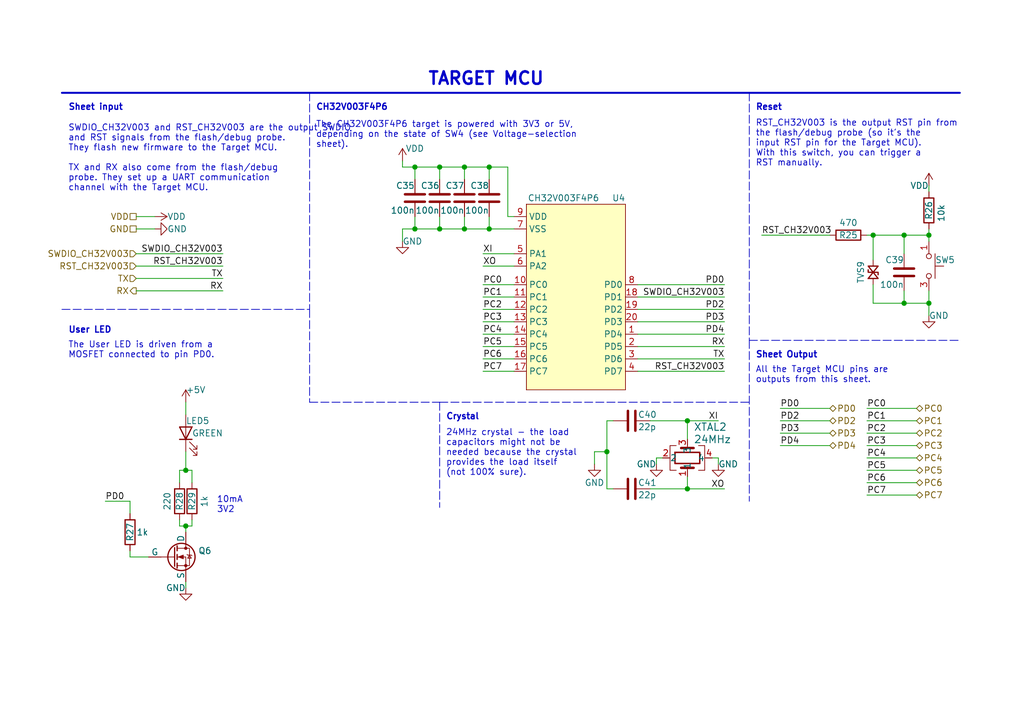
<source format=kicad_sch>
(kicad_sch (version 20230121) (generator eeschema)

  (uuid 61b54182-daa2-4b3b-a1bf-cfb539708c19)

  (paper "A5")

  (lib_symbols
    (symbol "Device:C" (pin_numbers hide) (pin_names (offset 0.254)) (in_bom yes) (on_board yes)
      (property "Reference" "C" (at 0.635 2.54 0)
        (effects (font (size 1.27 1.27)) (justify left))
      )
      (property "Value" "C" (at 0.635 -2.54 0)
        (effects (font (size 1.27 1.27)) (justify left))
      )
      (property "Footprint" "" (at 0.9652 -3.81 0)
        (effects (font (size 1.27 1.27)) hide)
      )
      (property "Datasheet" "~" (at 0 0 0)
        (effects (font (size 1.27 1.27)) hide)
      )
      (property "ki_keywords" "cap capacitor" (at 0 0 0)
        (effects (font (size 1.27 1.27)) hide)
      )
      (property "ki_description" "Unpolarized capacitor" (at 0 0 0)
        (effects (font (size 1.27 1.27)) hide)
      )
      (property "ki_fp_filters" "C_*" (at 0 0 0)
        (effects (font (size 1.27 1.27)) hide)
      )
      (symbol "C_0_1"
        (polyline
          (pts
            (xy -2.032 -0.762)
            (xy 2.032 -0.762)
          )
          (stroke (width 0.508) (type default))
          (fill (type none))
        )
        (polyline
          (pts
            (xy -2.032 0.762)
            (xy 2.032 0.762)
          )
          (stroke (width 0.508) (type default))
          (fill (type none))
        )
      )
      (symbol "C_1_1"
        (pin passive line (at 0 3.81 270) (length 2.794)
          (name "~" (effects (font (size 1.27 1.27))))
          (number "1" (effects (font (size 1.27 1.27))))
        )
        (pin passive line (at 0 -3.81 90) (length 2.794)
          (name "~" (effects (font (size 1.27 1.27))))
          (number "2" (effects (font (size 1.27 1.27))))
        )
      )
    )
    (symbol "Device:R" (pin_numbers hide) (pin_names (offset 0)) (in_bom yes) (on_board yes)
      (property "Reference" "R" (at 2.032 0 90)
        (effects (font (size 1.27 1.27)))
      )
      (property "Value" "R" (at 0 0 90)
        (effects (font (size 1.27 1.27)))
      )
      (property "Footprint" "" (at -1.778 0 90)
        (effects (font (size 1.27 1.27)) hide)
      )
      (property "Datasheet" "~" (at 0 0 0)
        (effects (font (size 1.27 1.27)) hide)
      )
      (property "ki_keywords" "R res resistor" (at 0 0 0)
        (effects (font (size 1.27 1.27)) hide)
      )
      (property "ki_description" "Resistor" (at 0 0 0)
        (effects (font (size 1.27 1.27)) hide)
      )
      (property "ki_fp_filters" "R_*" (at 0 0 0)
        (effects (font (size 1.27 1.27)) hide)
      )
      (symbol "R_0_1"
        (rectangle (start -1.016 -2.54) (end 1.016 2.54)
          (stroke (width 0.254) (type default))
          (fill (type none))
        )
      )
      (symbol "R_1_1"
        (pin passive line (at 0 3.81 270) (length 1.27)
          (name "~" (effects (font (size 1.27 1.27))))
          (number "1" (effects (font (size 1.27 1.27))))
        )
        (pin passive line (at 0 -3.81 90) (length 1.27)
          (name "~" (effects (font (size 1.27 1.27))))
          (number "2" (effects (font (size 1.27 1.27))))
        )
      )
    )
    (symbol "Tiny_Scarab:IC_CH32V003F4P6" (in_bom yes) (on_board yes)
      (property "Reference" "U" (at 6.35 12.7 0)
        (effects (font (size 1.27 1.27)))
      )
      (property "Value" "CH32V003F4P6" (at -2.54 16.51 0)
        (effects (font (size 1.27 1.27)))
      )
      (property "Footprint" "Package_SO:TSSOP-20_4.4x6.5mm_P0.65mm" (at 1.27 -25.4 0)
        (effects (font (size 1.27 1.27)) hide)
      )
      (property "Datasheet" "" (at 3.81 -11.43 0)
        (effects (font (size 1.27 1.27)) hide)
      )
      (property "Manufacturer" "WCH" (at 0 31.75 0)
        (effects (font (size 1.27 1.27)) hide)
      )
      (property "MPN" "CH32V003F4P6" (at 0 29.21 0)
        (effects (font (size 1.27 1.27)) hide)
      )
      (property "JLCPCB Part #" "C5187096" (at 0 26.67 0)
        (effects (font (size 1.27 1.27)) hide)
      )
      (property "AliExpress" "1005005036714708" (at 0 24.13 0)
        (effects (font (size 1.27 1.27)) hide)
      )
      (property "DigiKey" "" (at 0 0 0)
        (effects (font (size 1.27 1.27)))
      )
      (property "Farnell" "" (at 0 0 0)
        (effects (font (size 1.27 1.27)))
      )
      (property "Mouser" "" (at 0 0 0)
        (effects (font (size 1.27 1.27)))
      )
      (property "ki_description" "32-bit general-purpose RISC-V MCU" (at 0 0 0)
        (effects (font (size 1.27 1.27)) hide)
      )
      (symbol "IC_CH32V003F4P6_1_1"
        (rectangle (start -10.16 15.24) (end 10.16 -22.86)
          (stroke (width 0) (type default))
          (fill (type background))
        )
        (pin bidirectional line (at 12.7 -11.43 180) (length 2.54)
          (name "PD4" (effects (font (size 1.27 1.27))))
          (number "1" (effects (font (size 1.27 1.27))))
        )
        (pin bidirectional line (at -12.7 -1.27 0) (length 2.54)
          (name "PC0" (effects (font (size 1.27 1.27))))
          (number "10" (effects (font (size 1.27 1.27))))
        )
        (pin bidirectional line (at -12.7 -3.81 0) (length 2.54)
          (name "PC1" (effects (font (size 1.27 1.27))))
          (number "11" (effects (font (size 1.27 1.27))))
        )
        (pin bidirectional line (at -12.7 -6.35 0) (length 2.54)
          (name "PC2" (effects (font (size 1.27 1.27))))
          (number "12" (effects (font (size 1.27 1.27))))
        )
        (pin bidirectional line (at -12.7 -8.89 0) (length 2.54)
          (name "PC3" (effects (font (size 1.27 1.27))))
          (number "13" (effects (font (size 1.27 1.27))))
        )
        (pin bidirectional line (at -12.7 -11.43 0) (length 2.54)
          (name "PC4" (effects (font (size 1.27 1.27))))
          (number "14" (effects (font (size 1.27 1.27))))
        )
        (pin bidirectional line (at -12.7 -13.97 0) (length 2.54)
          (name "PC5" (effects (font (size 1.27 1.27))))
          (number "15" (effects (font (size 1.27 1.27))))
        )
        (pin bidirectional line (at -12.7 -16.51 0) (length 2.54)
          (name "PC6" (effects (font (size 1.27 1.27))))
          (number "16" (effects (font (size 1.27 1.27))))
        )
        (pin bidirectional line (at -12.7 -19.05 0) (length 2.54)
          (name "PC7" (effects (font (size 1.27 1.27))))
          (number "17" (effects (font (size 1.27 1.27))))
        )
        (pin bidirectional line (at 12.7 -3.81 180) (length 2.54)
          (name "PD1" (effects (font (size 1.27 1.27))))
          (number "18" (effects (font (size 1.27 1.27))))
        )
        (pin bidirectional line (at 12.7 -6.35 180) (length 2.54)
          (name "PD2" (effects (font (size 1.27 1.27))))
          (number "19" (effects (font (size 1.27 1.27))))
        )
        (pin bidirectional line (at 12.7 -13.97 180) (length 2.54)
          (name "PD5" (effects (font (size 1.27 1.27))))
          (number "2" (effects (font (size 1.27 1.27))))
        )
        (pin bidirectional line (at 12.7 -8.89 180) (length 2.54)
          (name "PD3" (effects (font (size 1.27 1.27))))
          (number "20" (effects (font (size 1.27 1.27))))
        )
        (pin bidirectional line (at 12.7 -16.51 180) (length 2.54)
          (name "PD6" (effects (font (size 1.27 1.27))))
          (number "3" (effects (font (size 1.27 1.27))))
        )
        (pin bidirectional line (at 12.7 -19.05 180) (length 2.54)
          (name "PD7" (effects (font (size 1.27 1.27))))
          (number "4" (effects (font (size 1.27 1.27))))
        )
        (pin bidirectional line (at -12.7 5.08 0) (length 2.54)
          (name "PA1" (effects (font (size 1.27 1.27))))
          (number "5" (effects (font (size 1.27 1.27))))
        )
        (pin bidirectional line (at -12.7 2.54 0) (length 2.54)
          (name "PA2" (effects (font (size 1.27 1.27))))
          (number "6" (effects (font (size 1.27 1.27))))
        )
        (pin power_in line (at -12.7 10.16 0) (length 2.54)
          (name "VSS" (effects (font (size 1.27 1.27))))
          (number "7" (effects (font (size 1.27 1.27))))
        )
        (pin bidirectional line (at 12.7 -1.27 180) (length 2.54)
          (name "PD0" (effects (font (size 1.27 1.27))))
          (number "8" (effects (font (size 1.27 1.27))))
        )
        (pin power_in line (at -12.7 12.7 0) (length 2.54)
          (name "VDD" (effects (font (size 1.27 1.27))))
          (number "9" (effects (font (size 1.27 1.27))))
        )
      )
    )
    (symbol "Tiny_Scarab:LED_GREEN_CSL0902ET" (pin_numbers hide) (pin_names (offset 1.016) hide) (in_bom yes) (on_board yes)
      (property "Reference" "LED" (at 0 2.54 0)
        (effects (font (size 1.27 1.27)))
      )
      (property "Value" "GREEN" (at 1.27 -2.54 0)
        (effects (font (size 1.27 1.27)))
      )
      (property "Footprint" "Tiny_Scarab:LED_0603_CSL0902ET" (at 0 20.32 0)
        (effects (font (size 1.27 1.27)) hide)
      )
      (property "Datasheet" "" (at 0 10.16 0)
        (effects (font (size 1.27 1.27)) hide)
      )
      (property "Manufacturer" "ROHM Semicon" (at 0 17.78 0)
        (effects (font (size 1.27 1.27)) hide)
      )
      (property "MPN" "CSL0902ET" (at 0 15.24 0)
        (effects (font (size 1.27 1.27)) hide)
      )
      (property "JLCPCB Part #" "" (at 0 12.7 0)
        (effects (font (size 1.27 1.27)) hide)
      )
      (property "DigiKey" "846-CSL0902ET1TR-ND" (at 0 12.7 0)
        (effects (font (size 1.27 1.27)) hide)
      )
      (property "Farnell" "4129807" (at 0 10.16 0)
        (effects (font (size 1.27 1.27)) hide)
      )
      (property "Mouser" "755-CSL0902ET1" (at 0 7.62 0)
        (effects (font (size 1.27 1.27)) hide)
      )
      (property "ki_description" "LED green 0603" (at 0 0 0)
        (effects (font (size 1.27 1.27)) hide)
      )
      (property "ki_fp_filters" "LED* LED_SMD:* LED_THT:*" (at 0 0 0)
        (effects (font (size 1.27 1.27)) hide)
      )
      (symbol "LED_GREEN_CSL0902ET_0_1"
        (polyline
          (pts
            (xy -1.27 -1.27)
            (xy -1.27 1.27)
          )
          (stroke (width 0.254) (type default))
          (fill (type none))
        )
        (polyline
          (pts
            (xy -1.27 0)
            (xy 1.27 0)
          )
          (stroke (width 0) (type default))
          (fill (type none))
        )
        (polyline
          (pts
            (xy 1.27 -1.27)
            (xy 1.27 1.27)
            (xy -1.27 0)
            (xy 1.27 -1.27)
          )
          (stroke (width 0.254) (type default))
          (fill (type none))
        )
        (polyline
          (pts
            (xy -3.048 -0.762)
            (xy -4.572 -2.286)
            (xy -3.81 -2.286)
            (xy -4.572 -2.286)
            (xy -4.572 -1.524)
          )
          (stroke (width 0) (type default))
          (fill (type none))
        )
        (polyline
          (pts
            (xy -1.778 -0.762)
            (xy -3.302 -2.286)
            (xy -2.54 -2.286)
            (xy -3.302 -2.286)
            (xy -3.302 -1.524)
          )
          (stroke (width 0) (type default))
          (fill (type none))
        )
      )
      (symbol "LED_GREEN_CSL0902ET_1_1"
        (pin passive line (at -3.81 0 0) (length 2.54)
          (name "K" (effects (font (size 1.27 1.27))))
          (number "1" (effects (font (size 1.27 1.27))))
        )
        (pin passive line (at 3.81 0 180) (length 2.54)
          (name "A" (effects (font (size 1.27 1.27))))
          (number "2" (effects (font (size 1.27 1.27))))
        )
      )
    )
    (symbol "Tiny_Scarab:NMOS_DMG1012UW-7" (pin_numbers hide) (pin_names (offset 0)) (in_bom yes) (on_board yes)
      (property "Reference" "Q" (at 5.08 1.27 0)
        (effects (font (size 1.27 1.27)) (justify left))
      )
      (property "Value" "DMG1012UW-7" (at 5.08 -1.27 0)
        (effects (font (size 1.27 1.27)) (justify left))
      )
      (property "Footprint" "Tiny_Scarab:SOT-323_SC-70" (at 0 26.67 0)
        (effects (font (size 1.27 1.27)) hide)
      )
      (property "Datasheet" "" (at 0 -12.7 0)
        (effects (font (size 1.27 1.27)) hide)
      )
      (property "Manufacturer" "Diodes Incorporated" (at 0 24.13 0)
        (effects (font (size 1.27 1.27)) hide)
      )
      (property "MPN" "DMG1012UW-7" (at 0 21.59 0)
        (effects (font (size 1.27 1.27)) hide)
      )
      (property "JLCPCB Part #" "C156390" (at 0 19.05 0)
        (effects (font (size 1.27 1.27)) hide)
      )
      (property "DigiKey" "DMG1012UW-7DITR-ND" (at 0 16.51 0)
        (effects (font (size 1.27 1.27)) hide)
      )
      (property "Farnell" "3127309" (at 0 13.97 0)
        (effects (font (size 1.27 1.27)) hide)
      )
      (property "Mouser" "621-DMG1012UW-7" (at 0 11.43 0)
        (effects (font (size 1.27 1.27)) hide)
      )
      (property "ki_description" "NMOS 20V, 1A" (at 0 0 0)
        (effects (font (size 1.27 1.27)) hide)
      )
      (symbol "NMOS_DMG1012UW-7_0_1"
        (polyline
          (pts
            (xy 0.254 0)
            (xy -2.54 0)
          )
          (stroke (width 0) (type default))
          (fill (type none))
        )
        (polyline
          (pts
            (xy 0.254 1.905)
            (xy 0.254 -1.905)
          )
          (stroke (width 0.254) (type default))
          (fill (type none))
        )
        (polyline
          (pts
            (xy 0.762 -1.27)
            (xy 0.762 -2.286)
          )
          (stroke (width 0.254) (type default))
          (fill (type none))
        )
        (polyline
          (pts
            (xy 0.762 0.508)
            (xy 0.762 -0.508)
          )
          (stroke (width 0.254) (type default))
          (fill (type none))
        )
        (polyline
          (pts
            (xy 0.762 2.286)
            (xy 0.762 1.27)
          )
          (stroke (width 0.254) (type default))
          (fill (type none))
        )
        (polyline
          (pts
            (xy 2.54 2.54)
            (xy 2.54 1.778)
          )
          (stroke (width 0) (type default))
          (fill (type none))
        )
        (polyline
          (pts
            (xy 2.54 -2.54)
            (xy 2.54 0)
            (xy 0.762 0)
          )
          (stroke (width 0) (type default))
          (fill (type none))
        )
        (polyline
          (pts
            (xy 0.762 -1.778)
            (xy 3.302 -1.778)
            (xy 3.302 1.778)
            (xy 0.762 1.778)
          )
          (stroke (width 0) (type default))
          (fill (type none))
        )
        (polyline
          (pts
            (xy 1.016 0)
            (xy 2.032 0.381)
            (xy 2.032 -0.381)
            (xy 1.016 0)
          )
          (stroke (width 0) (type default))
          (fill (type outline))
        )
        (polyline
          (pts
            (xy 2.794 0.508)
            (xy 2.921 0.381)
            (xy 3.683 0.381)
            (xy 3.81 0.254)
          )
          (stroke (width 0) (type default))
          (fill (type none))
        )
        (polyline
          (pts
            (xy 3.302 0.381)
            (xy 2.921 -0.254)
            (xy 3.683 -0.254)
            (xy 3.302 0.381)
          )
          (stroke (width 0) (type default))
          (fill (type none))
        )
        (circle (center 1.651 0) (radius 2.794)
          (stroke (width 0.254) (type default))
          (fill (type none))
        )
        (circle (center 2.54 -1.778) (radius 0.254)
          (stroke (width 0) (type default))
          (fill (type outline))
        )
        (circle (center 2.54 1.778) (radius 0.254)
          (stroke (width 0) (type default))
          (fill (type outline))
        )
      )
      (symbol "NMOS_DMG1012UW-7_1_1"
        (pin input line (at -5.08 0 0) (length 2.54)
          (name "G" (effects (font (size 1.27 1.27))))
          (number "1" (effects (font (size 1.27 1.27))))
        )
        (pin passive line (at 2.54 -5.08 90) (length 2.54)
          (name "S" (effects (font (size 1.27 1.27))))
          (number "2" (effects (font (size 1.27 1.27))))
        )
        (pin passive line (at 2.54 5.08 270) (length 2.54)
          (name "D" (effects (font (size 1.27 1.27))))
          (number "3" (effects (font (size 1.27 1.27))))
        )
      )
    )
    (symbol "Tiny_Scarab:SW_SKRPASE010" (pin_names (offset 1.016) hide) (in_bom yes) (on_board yes)
      (property "Reference" "SW" (at 1.27 2.54 0)
        (effects (font (size 1.27 1.27)) (justify left))
      )
      (property "Value" "16V 50mA" (at 0 25.4 0)
        (effects (font (size 1.27 1.27)) hide)
      )
      (property "Footprint" "Tiny_Scarab:SW_Tactile_SPST_NO_Straight_ALPSALPINE_SKRP" (at 0 27.94 0)
        (effects (font (size 1.27 1.27)) hide)
      )
      (property "Datasheet" "https://www.farnell.com/datasheets/2864500.pdf" (at 0 22.86 0)
        (effects (font (size 1.27 1.27)) hide)
      )
      (property "Manufacturer" "ALPSALPINE" (at 0 20.32 0)
        (effects (font (size 1.27 1.27)) hide)
      )
      (property "MPN" "SKRPASE010" (at 0 17.78 0)
        (effects (font (size 1.27 1.27)) hide)
      )
      (property "JLCPCB Part #" "C470427" (at 0 15.24 0)
        (effects (font (size 1.27 1.27)) hide)
      )
      (property "DigiKey" "4809-SKRPADE010TR-ND" (at 0 12.7 0)
        (effects (font (size 1.27 1.27)) hide)
      )
      (property "Farnell" "3261826" (at 0 10.16 0)
        (effects (font (size 1.27 1.27)) hide)
      )
      (property "Mouser" "688-SKRPASE010" (at 0 7.62 0)
        (effects (font (size 1.27 1.27)) hide)
      )
      (property "ki_description" "NO push button, 16V, 50mA" (at 0 0 0)
        (effects (font (size 1.27 1.27)) hide)
      )
      (symbol "SW_SKRPASE010_0_1"
        (circle (center -2.032 0) (radius 0.508)
          (stroke (width 0) (type default))
          (fill (type none))
        )
        (polyline
          (pts
            (xy 0 1.27)
            (xy 0 3.048)
          )
          (stroke (width 0) (type default))
          (fill (type none))
        )
        (polyline
          (pts
            (xy 2.54 1.27)
            (xy -2.54 1.27)
          )
          (stroke (width 0) (type default))
          (fill (type none))
        )
        (circle (center 2.032 0) (radius 0.508)
          (stroke (width 0) (type default))
          (fill (type none))
        )
      )
      (symbol "SW_SKRPASE010_1_1"
        (pin passive line (at -5.08 0 0) (length 2.54)
          (name "1" (effects (font (size 1.27 1.27))))
          (number "1" (effects (font (size 1.27 1.27))))
        )
        (pin passive line (at -5.08 0 0) (length 2.54) hide
          (name "2" (effects (font (size 1.27 1.27))))
          (number "2" (effects (font (size 1.27 1.27))))
        )
        (pin passive line (at 5.08 0 180) (length 2.54)
          (name "3" (effects (font (size 1.27 1.27))))
          (number "3" (effects (font (size 1.27 1.27))))
        )
        (pin passive line (at 5.08 0 180) (length 2.54) hide
          (name "4" (effects (font (size 1.27 1.27))))
          (number "4" (effects (font (size 1.27 1.27))))
        )
      )
    )
    (symbol "Tiny_Scarab:TVS_SP1007-01ETG" (pin_numbers hide) (pin_names (offset 1.016)) (in_bom yes) (on_board yes)
      (property "Reference" "TVS" (at 1.27 0 0)
        (effects (font (size 1.27 1.27)) (justify left bottom))
      )
      (property "Value" "5V" (at 1.27 -2.54 0)
        (effects (font (size 1.27 1.27)) (justify left bottom))
      )
      (property "Footprint" "Tiny_Scarab:D_SOD-882_SP1007-01ETG" (at 0 22.86 0)
        (effects (font (size 1.27 1.27)) (justify bottom) hide)
      )
      (property "Datasheet" "" (at -11.43 13.97 0)
        (effects (font (size 1.27 1.27)) (justify left) hide)
      )
      (property "Manufacturer" "Littelfuse" (at 0 20.32 0)
        (effects (font (size 1.27 1.27)) (justify bottom) hide)
      )
      (property "MPN" "SP1007-01ETG" (at 0 17.78 0)
        (effects (font (size 1.27 1.27)) (justify bottom) hide)
      )
      (property "JLCPCB Part #" "C126836" (at 0 16.51 0)
        (effects (font (size 1.27 1.27)) hide)
      )
      (property "DigiKey" "F6187TR-ND" (at 0 13.97 0)
        (effects (font (size 1.27 1.27)) hide)
      )
      (property "Farnell" "2777317" (at 0 11.43 0)
        (effects (font (size 1.27 1.27)) hide)
      )
      (property "Mouser" "576-SP1007-01ETG" (at 0 8.89 0)
        (effects (font (size 1.27 1.27)) hide)
      )
      (property "ki_description" "TVS bidirectional, 6V, 3.5pF" (at 0 0 0)
        (effects (font (size 1.27 1.27)) hide)
      )
      (symbol "TVS_SP1007-01ETG_0_1"
        (polyline
          (pts
            (xy -1.016 0.508)
            (xy -1.016 0)
            (xy 1.016 0)
            (xy 1.016 -0.508)
          )
          (stroke (width 0.254) (type default))
          (fill (type none))
        )
        (polyline
          (pts
            (xy -1.016 -1.27)
            (xy 1.016 -1.27)
            (xy -1.016 1.27)
            (xy 1.016 1.27)
            (xy -1.016 -1.27)
          )
          (stroke (width 0.254) (type default))
          (fill (type none))
        )
      )
      (symbol "TVS_SP1007-01ETG_1_0"
        (pin passive line (at 0 2.54 270) (length 1.27)
          (name "~" (effects (font (size 1.016 1.016))))
          (number "1" (effects (font (size 1.016 1.016))))
        )
        (pin passive line (at 0 -2.54 90) (length 1.27)
          (name "~" (effects (font (size 1.016 1.016))))
          (number "2" (effects (font (size 1.016 1.016))))
        )
      )
    )
    (symbol "Tiny_Scarab:XTAL_M24000J054" (pin_names (offset 0.254)) (in_bom yes) (on_board yes)
      (property "Reference" "XTAL" (at 1.27 7.62 0)
        (effects (font (size 1.524 1.524)) (justify left))
      )
      (property "Value" "24MHz" (at 1.27 5.08 0)
        (effects (font (size 1.524 1.524)) (justify left))
      )
      (property "Footprint" "Tiny_Scarab:CRYSTAL-SMD3225-4P" (at 0 31.75 0)
        (effects (font (size 1.27 1.27) italic) hide)
      )
      (property "Datasheet" "" (at 1.27 29.21 0)
        (effects (font (size 1.27 1.27) italic) hide)
      )
      (property "Manufacturer" "ECEC(ZheJiang E ast Crystal Elec)" (at 0 29.21 0)
        (effects (font (size 1.27 1.27)) hide)
      )
      (property "MPN" "M24000J054" (at 0 26.67 0)
        (effects (font (size 1.27 1.27)) hide)
      )
      (property "JLCPCB Part #" "C279615" (at 0 24.13 0)
        (effects (font (size 1.27 1.27)) hide)
      )
      (property "DigiKey" "" (at 0 0 0)
        (effects (font (size 1.27 1.27)) hide)
      )
      (property "Farnell" "" (at 0 0 0)
        (effects (font (size 1.27 1.27)) hide)
      )
      (property "Mouser" "" (at 0 0 0)
        (effects (font (size 1.27 1.27)) hide)
      )
      (property "ki_description" "Crystal 24MHz 20pF ±20ppm" (at 0 0 0)
        (effects (font (size 1.27 1.27)) hide)
      )
      (property "ki_fp_filters" "CRYSTAL4_ECS-240-20-30B-TR_ECS" (at 0 0 0)
        (effects (font (size 1.27 1.27)) hide)
      )
      (symbol "XTAL_M24000J054_0_1"
        (rectangle (start -1.143 2.54) (end 1.143 -2.54)
          (stroke (width 0.3048) (type default))
          (fill (type none))
        )
        (polyline
          (pts
            (xy -2.54 0)
            (xy -2.032 0)
          )
          (stroke (width 0) (type default))
          (fill (type none))
        )
        (polyline
          (pts
            (xy -2.032 -1.27)
            (xy -2.032 1.27)
          )
          (stroke (width 0.508) (type default))
          (fill (type none))
        )
        (polyline
          (pts
            (xy 0 -3.81)
            (xy 0 -3.556)
          )
          (stroke (width 0) (type default))
          (fill (type none))
        )
        (polyline
          (pts
            (xy 0 3.556)
            (xy 0 3.81)
          )
          (stroke (width 0) (type default))
          (fill (type none))
        )
        (polyline
          (pts
            (xy 2.032 -1.27)
            (xy 2.032 1.27)
          )
          (stroke (width 0.508) (type default))
          (fill (type none))
        )
        (polyline
          (pts
            (xy 2.032 0)
            (xy 2.54 0)
          )
          (stroke (width 0) (type default))
          (fill (type none))
        )
        (polyline
          (pts
            (xy -2.54 -2.286)
            (xy -2.54 -3.556)
            (xy 2.54 -3.556)
            (xy 2.54 -2.286)
          )
          (stroke (width 0) (type default))
          (fill (type none))
        )
        (polyline
          (pts
            (xy -2.54 2.286)
            (xy -2.54 3.556)
            (xy 2.54 3.556)
            (xy 2.54 2.286)
          )
          (stroke (width 0) (type default))
          (fill (type none))
        )
      )
      (symbol "XTAL_M24000J054_1_1"
        (pin passive line (at -3.81 0 0) (length 1.27)
          (name "1" (effects (font (size 1.27 1.27))))
          (number "1" (effects (font (size 1.27 1.27))))
        )
        (pin passive line (at 0 5.08 270) (length 1.27)
          (name "2" (effects (font (size 1.27 1.27))))
          (number "2" (effects (font (size 1.27 1.27))))
        )
        (pin passive line (at 3.81 0 180) (length 1.27)
          (name "3" (effects (font (size 1.27 1.27))))
          (number "3" (effects (font (size 1.27 1.27))))
        )
        (pin passive line (at 0 -5.08 90) (length 1.27)
          (name "4" (effects (font (size 1.27 1.27))))
          (number "4" (effects (font (size 1.27 1.27))))
        )
      )
    )
    (symbol "power:+5V" (power) (pin_names (offset 0)) (in_bom yes) (on_board yes)
      (property "Reference" "#PWR" (at 0 -3.81 0)
        (effects (font (size 1.27 1.27)) hide)
      )
      (property "Value" "+5V" (at 0 3.556 0)
        (effects (font (size 1.27 1.27)))
      )
      (property "Footprint" "" (at 0 0 0)
        (effects (font (size 1.27 1.27)) hide)
      )
      (property "Datasheet" "" (at 0 0 0)
        (effects (font (size 1.27 1.27)) hide)
      )
      (property "ki_keywords" "global power" (at 0 0 0)
        (effects (font (size 1.27 1.27)) hide)
      )
      (property "ki_description" "Power symbol creates a global label with name \"+5V\"" (at 0 0 0)
        (effects (font (size 1.27 1.27)) hide)
      )
      (symbol "+5V_0_1"
        (polyline
          (pts
            (xy -0.762 1.27)
            (xy 0 2.54)
          )
          (stroke (width 0) (type default))
          (fill (type none))
        )
        (polyline
          (pts
            (xy 0 0)
            (xy 0 2.54)
          )
          (stroke (width 0) (type default))
          (fill (type none))
        )
        (polyline
          (pts
            (xy 0 2.54)
            (xy 0.762 1.27)
          )
          (stroke (width 0) (type default))
          (fill (type none))
        )
      )
      (symbol "+5V_1_1"
        (pin power_in line (at 0 0 90) (length 0) hide
          (name "+5V" (effects (font (size 1.27 1.27))))
          (number "1" (effects (font (size 1.27 1.27))))
        )
      )
    )
    (symbol "power:GND" (power) (pin_names (offset 0)) (in_bom yes) (on_board yes)
      (property "Reference" "#PWR" (at 0 -6.35 0)
        (effects (font (size 1.27 1.27)) hide)
      )
      (property "Value" "GND" (at 0 -3.81 0)
        (effects (font (size 1.27 1.27)))
      )
      (property "Footprint" "" (at 0 0 0)
        (effects (font (size 1.27 1.27)) hide)
      )
      (property "Datasheet" "" (at 0 0 0)
        (effects (font (size 1.27 1.27)) hide)
      )
      (property "ki_keywords" "global power" (at 0 0 0)
        (effects (font (size 1.27 1.27)) hide)
      )
      (property "ki_description" "Power symbol creates a global label with name \"GND\" , ground" (at 0 0 0)
        (effects (font (size 1.27 1.27)) hide)
      )
      (symbol "GND_0_1"
        (polyline
          (pts
            (xy 0 0)
            (xy 0 -1.27)
            (xy 1.27 -1.27)
            (xy 0 -2.54)
            (xy -1.27 -1.27)
            (xy 0 -1.27)
          )
          (stroke (width 0) (type default))
          (fill (type none))
        )
      )
      (symbol "GND_1_1"
        (pin power_in line (at 0 0 270) (length 0) hide
          (name "GND" (effects (font (size 1.27 1.27))))
          (number "1" (effects (font (size 1.27 1.27))))
        )
      )
    )
    (symbol "power:VDD" (power) (pin_names (offset 0)) (in_bom yes) (on_board yes)
      (property "Reference" "#PWR" (at 0 -3.81 0)
        (effects (font (size 1.27 1.27)) hide)
      )
      (property "Value" "VDD" (at 0 3.81 0)
        (effects (font (size 1.27 1.27)))
      )
      (property "Footprint" "" (at 0 0 0)
        (effects (font (size 1.27 1.27)) hide)
      )
      (property "Datasheet" "" (at 0 0 0)
        (effects (font (size 1.27 1.27)) hide)
      )
      (property "ki_keywords" "global power" (at 0 0 0)
        (effects (font (size 1.27 1.27)) hide)
      )
      (property "ki_description" "Power symbol creates a global label with name \"VDD\"" (at 0 0 0)
        (effects (font (size 1.27 1.27)) hide)
      )
      (symbol "VDD_0_1"
        (polyline
          (pts
            (xy -0.762 1.27)
            (xy 0 2.54)
          )
          (stroke (width 0) (type default))
          (fill (type none))
        )
        (polyline
          (pts
            (xy 0 0)
            (xy 0 2.54)
          )
          (stroke (width 0) (type default))
          (fill (type none))
        )
        (polyline
          (pts
            (xy 0 2.54)
            (xy 0.762 1.27)
          )
          (stroke (width 0) (type default))
          (fill (type none))
        )
      )
      (symbol "VDD_1_1"
        (pin power_in line (at 0 0 90) (length 0) hide
          (name "VDD" (effects (font (size 1.27 1.27))))
          (number "1" (effects (font (size 1.27 1.27))))
        )
      )
    )
  )

  (junction (at 38.1 96.52) (diameter 0) (color 0 0 0 0)
    (uuid 0de3b6ec-0ae4-444b-9478-439853e54318)
  )
  (junction (at 85.09 46.99) (diameter 0) (color 0 0 0 0)
    (uuid 14435d5a-147e-4950-a194-7d5e5f95aefd)
  )
  (junction (at 95.25 34.29) (diameter 0) (color 0 0 0 0)
    (uuid 242e43fe-3968-4f29-977a-25c6353bba11)
  )
  (junction (at 38.1 107.95) (diameter 0) (color 0 0 0 0)
    (uuid 581d0afe-46da-4ff5-8d06-7ad913549286)
  )
  (junction (at 90.17 46.99) (diameter 0) (color 0 0 0 0)
    (uuid 593b0a49-b12f-4afd-a9a2-2d0bcc546600)
  )
  (junction (at 140.97 100.33) (diameter 0) (color 0 0 0 0)
    (uuid 5a5c31c7-c70b-4621-92e9-27c62c28d3fd)
  )
  (junction (at 190.5 48.26) (diameter 0) (color 0 0 0 0)
    (uuid 5af7686b-6e82-426e-8df0-e363cb64002c)
  )
  (junction (at 100.33 34.29) (diameter 0) (color 0 0 0 0)
    (uuid 5cd81aa6-df9f-46f8-b42a-1ef4702a24a5)
  )
  (junction (at 85.09 34.29) (diameter 0) (color 0 0 0 0)
    (uuid 5fe57a1a-a2e9-451c-b7b0-a04d23e6c15b)
  )
  (junction (at 124.46 92.71) (diameter 0) (color 0 0 0 0)
    (uuid 6eed86a4-6f24-41ce-8b28-3e9b3d817d0e)
  )
  (junction (at 95.25 46.99) (diameter 0) (color 0 0 0 0)
    (uuid 726f4d80-b5ef-43bd-8e6c-e33f4cad94b7)
  )
  (junction (at 90.17 34.29) (diameter 0) (color 0 0 0 0)
    (uuid 83daff1e-cf2a-4263-9b6f-0e5918465d57)
  )
  (junction (at 185.42 62.23) (diameter 0) (color 0 0 0 0)
    (uuid 93177e6b-63b3-4121-bc1e-1051f13ecf3e)
  )
  (junction (at 140.97 86.36) (diameter 0) (color 0 0 0 0)
    (uuid 9317972e-2c7a-4131-a8a6-fa8de9deed7e)
  )
  (junction (at 190.5 62.23) (diameter 0) (color 0 0 0 0)
    (uuid 93fcadb0-3b88-430d-a7e7-0fa7a8dcc414)
  )
  (junction (at 100.33 46.99) (diameter 0) (color 0 0 0 0)
    (uuid c3a79d72-3525-4a7b-9ae6-aa4468dadcf6)
  )
  (junction (at 185.42 48.26) (diameter 0) (color 0 0 0 0)
    (uuid e37c6a06-e2b9-4400-83d8-63de5b760212)
  )
  (junction (at 179.07 48.26) (diameter 0) (color 0 0 0 0)
    (uuid f5bbf8f2-7f4c-4810-a509-2034e991d17d)
  )

  (wire (pts (xy 135.89 93.98) (xy 134.62 93.98))
    (stroke (width 0) (type default))
    (uuid 018746ef-f9e9-4ead-9f9e-bccb5a52a0cc)
  )
  (wire (pts (xy 99.06 76.2) (xy 105.41 76.2))
    (stroke (width 0) (type default))
    (uuid 01fc300e-1dd7-4f7e-90c0-e19739cabcc2)
  )
  (wire (pts (xy 85.09 46.99) (xy 90.17 46.99))
    (stroke (width 0) (type default))
    (uuid 079bc34f-ece1-49ac-a4ca-c05f986d6bb5)
  )
  (wire (pts (xy 121.92 95.25) (xy 121.92 92.71))
    (stroke (width 0) (type default))
    (uuid 0aa4a8d5-ab6c-4a04-903d-f3cbdf3b2310)
  )
  (wire (pts (xy 100.33 46.99) (xy 105.41 46.99))
    (stroke (width 0) (type default))
    (uuid 0b9ec057-0259-43ca-9c59-ee9abe920aee)
  )
  (wire (pts (xy 100.33 34.29) (xy 100.33 36.83))
    (stroke (width 0) (type default))
    (uuid 0cda7781-4f07-4d2e-bbc6-24f229fe8f72)
  )
  (wire (pts (xy 90.17 34.29) (xy 90.17 36.83))
    (stroke (width 0) (type default))
    (uuid 0fabea6c-cb57-4a84-9b85-cbbe24ff5be8)
  )
  (wire (pts (xy 124.46 100.33) (xy 124.46 92.71))
    (stroke (width 0) (type default))
    (uuid 0fcaf351-f3d4-4073-9754-9c155e8a812e)
  )
  (wire (pts (xy 39.37 106.68) (xy 39.37 107.95))
    (stroke (width 0) (type default))
    (uuid 0fefcf70-a5fa-4f3e-95ea-63f86610dfb1)
  )
  (wire (pts (xy 82.55 46.99) (xy 85.09 46.99))
    (stroke (width 0) (type default))
    (uuid 1348704f-b3fc-4e3e-af37-2d05c01f0b43)
  )
  (wire (pts (xy 177.8 83.82) (xy 187.96 83.82))
    (stroke (width 0) (type default))
    (uuid 14200eb1-96a0-43d0-8ad8-8f5f708d5140)
  )
  (wire (pts (xy 85.09 44.45) (xy 85.09 46.99))
    (stroke (width 0) (type default))
    (uuid 16fbfd0e-4f0b-4a8a-92a1-7889f809704b)
  )
  (wire (pts (xy 190.5 38.1) (xy 190.5 39.37))
    (stroke (width 0) (type default))
    (uuid 1a25668d-2f3d-4358-80a0-cc166ef64bf2)
  )
  (wire (pts (xy 100.33 44.45) (xy 100.33 46.99))
    (stroke (width 0) (type default))
    (uuid 1e51fee2-77a4-4477-9cca-137c688acd9c)
  )
  (wire (pts (xy 185.42 48.26) (xy 190.5 48.26))
    (stroke (width 0) (type default))
    (uuid 20ae97ec-e7fd-4ed5-a18f-c10092e8b262)
  )
  (wire (pts (xy 99.06 54.61) (xy 105.41 54.61))
    (stroke (width 0) (type default))
    (uuid 20f795d0-335e-41e1-9426-e4c0f4a6dd25)
  )
  (wire (pts (xy 190.5 59.69) (xy 190.5 62.23))
    (stroke (width 0) (type default))
    (uuid 2a3e0d69-37ba-4ee2-b008-4e080a36800d)
  )
  (wire (pts (xy 99.06 63.5) (xy 105.41 63.5))
    (stroke (width 0) (type default))
    (uuid 2ab29127-b9ee-489c-8cce-b52eb51259d4)
  )
  (polyline (pts (xy 90.17 82.55) (xy 153.67 82.55))
    (stroke (width 0) (type dash))
    (uuid 2c7e8295-f653-4c57-8436-a5b043a39104)
  )

  (wire (pts (xy 45.72 57.15) (xy 27.94 57.15))
    (stroke (width 0) (type default))
    (uuid 2cd3e4f2-fbc2-4270-a71e-367cc6221eb6)
  )
  (wire (pts (xy 27.94 44.45) (xy 31.75 44.45))
    (stroke (width 0) (type default))
    (uuid 2cf3587a-5b8c-4959-b4c1-3e136fc7917b)
  )
  (wire (pts (xy 38.1 82.55) (xy 38.1 85.09))
    (stroke (width 0) (type default))
    (uuid 3c188d5f-6c0f-4b42-b2b2-c07c000d626f)
  )
  (wire (pts (xy 177.8 48.26) (xy 179.07 48.26))
    (stroke (width 0) (type default))
    (uuid 3cf0440a-ab4e-4ffd-9345-37022c5e3109)
  )
  (wire (pts (xy 140.97 100.33) (xy 140.97 97.79))
    (stroke (width 0) (type default))
    (uuid 3ede7274-4640-468b-91af-5e3a9242b8fa)
  )
  (wire (pts (xy 99.06 66.04) (xy 105.41 66.04))
    (stroke (width 0) (type default))
    (uuid 433eccb7-a3f6-4b9d-9505-fb85de6ada38)
  )
  (wire (pts (xy 95.25 46.99) (xy 100.33 46.99))
    (stroke (width 0) (type default))
    (uuid 442bf0e1-49be-40ce-b8e5-4c270dee5796)
  )
  (wire (pts (xy 85.09 34.29) (xy 85.09 36.83))
    (stroke (width 0) (type default))
    (uuid 443a0176-a42a-4d1b-8122-979f4b239f58)
  )
  (wire (pts (xy 124.46 92.71) (xy 121.92 92.71))
    (stroke (width 0) (type default))
    (uuid 44c27d30-76c3-44dc-9bb4-94c200ecc53b)
  )
  (wire (pts (xy 185.42 48.26) (xy 185.42 52.07))
    (stroke (width 0) (type default))
    (uuid 44cbadd0-71a4-438f-ad5e-d6816b1de640)
  )
  (wire (pts (xy 160.02 88.9) (xy 170.18 88.9))
    (stroke (width 0) (type default))
    (uuid 44dd4848-7dcb-4416-8048-bbf9c7ef3eb8)
  )
  (wire (pts (xy 156.21 48.26) (xy 170.18 48.26))
    (stroke (width 0) (type default))
    (uuid 4701a4bc-4a46-4c46-9751-610a97bc17ec)
  )
  (polyline (pts (xy 63.5 82.55) (xy 90.17 82.55))
    (stroke (width 0) (type dash))
    (uuid 4b57f31d-750d-40a8-9560-a0ad257fb10b)
  )

  (wire (pts (xy 45.72 54.61) (xy 27.94 54.61))
    (stroke (width 0) (type default))
    (uuid 4b99e1f2-ce8f-497b-ae2a-5e7ae54cc895)
  )
  (wire (pts (xy 45.72 52.07) (xy 27.94 52.07))
    (stroke (width 0) (type default))
    (uuid 4e24b4dd-494d-4d34-a89c-dba499c31d52)
  )
  (wire (pts (xy 99.06 73.66) (xy 105.41 73.66))
    (stroke (width 0) (type default))
    (uuid 4e32fa2e-bc86-47ca-bd4e-638438d72f33)
  )
  (wire (pts (xy 133.35 86.36) (xy 140.97 86.36))
    (stroke (width 0) (type default))
    (uuid 51877168-e4e8-44e3-8f33-b6f07d7efa9d)
  )
  (wire (pts (xy 134.62 93.98) (xy 134.62 95.25))
    (stroke (width 0) (type default))
    (uuid 5cfefe98-1345-4091-8e98-71925da5f151)
  )
  (wire (pts (xy 99.06 52.07) (xy 105.41 52.07))
    (stroke (width 0) (type default))
    (uuid 5edbedcc-867f-431e-962f-a0342077235c)
  )
  (polyline (pts (xy 63.5 19.05) (xy 63.5 63.5))
    (stroke (width 0) (type dash))
    (uuid 6663f8e9-6860-4880-9c6e-99d4cecd8bce)
  )

  (wire (pts (xy 130.81 66.04) (xy 148.59 66.04))
    (stroke (width 0) (type default))
    (uuid 6666db48-30c9-4227-907d-3edd2846729a)
  )
  (wire (pts (xy 130.81 68.58) (xy 148.59 68.58))
    (stroke (width 0) (type default))
    (uuid 67243202-b9a9-4fe9-8c74-5113473f8905)
  )
  (polyline (pts (xy 90.17 82.55) (xy 90.17 104.14))
    (stroke (width 0) (type dash))
    (uuid 67bdc716-d1a6-4cdf-aff7-837ba743571d)
  )

  (wire (pts (xy 130.81 76.2) (xy 148.59 76.2))
    (stroke (width 0) (type default))
    (uuid 67c41ce8-2e29-49af-9a2a-929a11ada831)
  )
  (wire (pts (xy 190.5 48.26) (xy 190.5 49.53))
    (stroke (width 0) (type default))
    (uuid 6ba7c9da-f270-4f72-be44-fc6c344fc5e4)
  )
  (wire (pts (xy 36.83 107.95) (xy 36.83 106.68))
    (stroke (width 0) (type default))
    (uuid 6d6ecd1e-7353-4d60-a769-a28f8b4c9e14)
  )
  (wire (pts (xy 38.1 92.71) (xy 38.1 96.52))
    (stroke (width 0) (type default))
    (uuid 725ffd98-22fc-4695-b0f4-ad1874d07372)
  )
  (wire (pts (xy 130.81 73.66) (xy 148.59 73.66))
    (stroke (width 0) (type default))
    (uuid 732aff8b-c71c-48cf-ae3e-8e89a348666b)
  )
  (wire (pts (xy 177.8 99.06) (xy 187.96 99.06))
    (stroke (width 0) (type default))
    (uuid 75197eb6-299b-4c47-8a16-fd893e0093a0)
  )
  (wire (pts (xy 85.09 34.29) (xy 90.17 34.29))
    (stroke (width 0) (type default))
    (uuid 7767b3cf-eca5-497c-a1fd-fd0907cbd570)
  )
  (wire (pts (xy 179.07 48.26) (xy 185.42 48.26))
    (stroke (width 0) (type default))
    (uuid 7d57168f-2d1a-4f26-80bf-bbbe9d103ae5)
  )
  (wire (pts (xy 177.8 101.6) (xy 187.96 101.6))
    (stroke (width 0) (type default))
    (uuid 8104fc51-1f2a-449e-9516-856af279bff3)
  )
  (polyline (pts (xy 153.67 19.05) (xy 153.67 69.85))
    (stroke (width 0) (type dash))
    (uuid 829278ec-3450-4fb5-9ce5-104041f3f74a)
  )

  (wire (pts (xy 90.17 46.99) (xy 95.25 46.99))
    (stroke (width 0) (type default))
    (uuid 83330a94-99d7-4ff5-9675-3b976163183f)
  )
  (wire (pts (xy 140.97 86.36) (xy 147.32 86.36))
    (stroke (width 0) (type default))
    (uuid 850b6a6b-6bb3-4589-9f89-c131abb8f76a)
  )
  (polyline (pts (xy 153.67 69.85) (xy 153.67 102.87))
    (stroke (width 0) (type dash))
    (uuid 85390931-6b35-466d-80bf-6fe03d85b84d)
  )

  (wire (pts (xy 125.73 100.33) (xy 124.46 100.33))
    (stroke (width 0) (type default))
    (uuid 89e3189e-51f0-4eba-9cce-301cecbad13b)
  )
  (wire (pts (xy 130.81 60.96) (xy 148.59 60.96))
    (stroke (width 0) (type default))
    (uuid 89f96179-b6a9-4ce3-84f2-25db4b3bd63e)
  )
  (wire (pts (xy 38.1 109.22) (xy 38.1 107.95))
    (stroke (width 0) (type default))
    (uuid 8d732759-dc60-4786-9c11-3c0b35f7bd53)
  )
  (wire (pts (xy 177.8 86.36) (xy 187.96 86.36))
    (stroke (width 0) (type default))
    (uuid 8f569449-6171-4027-afa7-1f1ca9d9ce43)
  )
  (polyline (pts (xy 153.67 69.85) (xy 196.85 69.85))
    (stroke (width 0) (type dash))
    (uuid 90e0b8fc-9554-4d51-a1e3-dfab92cb2bcd)
  )

  (wire (pts (xy 130.81 71.12) (xy 148.59 71.12))
    (stroke (width 0) (type default))
    (uuid 926be39e-64c0-42ce-9515-eed0da207bcd)
  )
  (polyline (pts (xy 12.7 63.5) (xy 63.5 63.5))
    (stroke (width 0) (type dash))
    (uuid 956e2519-bfd0-43ef-ad9c-c34c2ba0c84e)
  )

  (wire (pts (xy 90.17 44.45) (xy 90.17 46.99))
    (stroke (width 0) (type default))
    (uuid 95e85a06-7c98-4f16-81c7-753fafbd0439)
  )
  (wire (pts (xy 190.5 46.99) (xy 190.5 48.26))
    (stroke (width 0) (type default))
    (uuid 9822366d-8eff-4347-bc8f-f00ac8920eee)
  )
  (wire (pts (xy 38.1 107.95) (xy 36.83 107.95))
    (stroke (width 0) (type default))
    (uuid 9900c0a2-8d8b-4033-a3c6-00a1d08298c6)
  )
  (wire (pts (xy 177.8 88.9) (xy 187.96 88.9))
    (stroke (width 0) (type default))
    (uuid 9e24d9d6-5920-4780-aca3-8b853e839e19)
  )
  (polyline (pts (xy 63.5 63.5) (xy 63.5 82.55))
    (stroke (width 0) (type dash))
    (uuid 9ff2c52f-bca1-4e7e-a11d-b411f31cc462)
  )

  (wire (pts (xy 39.37 107.95) (xy 38.1 107.95))
    (stroke (width 0) (type default))
    (uuid a2dfa81e-b012-4124-ba42-67eba56fb6a8)
  )
  (wire (pts (xy 185.42 59.69) (xy 185.42 62.23))
    (stroke (width 0) (type default))
    (uuid a2e62e79-5d7d-426b-afd3-2b51cb030a41)
  )
  (wire (pts (xy 26.67 102.87) (xy 26.67 105.41))
    (stroke (width 0) (type default))
    (uuid a311d980-253c-4779-9b08-cc216e88e2e9)
  )
  (wire (pts (xy 177.8 91.44) (xy 187.96 91.44))
    (stroke (width 0) (type default))
    (uuid a355407d-5dd4-41b3-8896-8001740879c2)
  )
  (wire (pts (xy 190.5 62.23) (xy 190.5 64.77))
    (stroke (width 0) (type default))
    (uuid a6a6d570-86be-489f-a36e-8c7e1e5c789b)
  )
  (wire (pts (xy 82.55 46.99) (xy 82.55 49.53))
    (stroke (width 0) (type default))
    (uuid aa1ac627-0d50-4efe-a408-50c571b1ccca)
  )
  (wire (pts (xy 99.06 58.42) (xy 105.41 58.42))
    (stroke (width 0) (type default))
    (uuid b0fe718d-abee-42b7-98a4-5afc03bc0f3d)
  )
  (wire (pts (xy 95.25 34.29) (xy 95.25 36.83))
    (stroke (width 0) (type default))
    (uuid b1501dac-3d08-4852-b316-63647fbef6f0)
  )
  (wire (pts (xy 124.46 92.71) (xy 124.46 86.36))
    (stroke (width 0) (type default))
    (uuid b17f06d3-1ec1-492b-985b-4fa6f0bfd5a1)
  )
  (wire (pts (xy 45.72 59.69) (xy 27.94 59.69))
    (stroke (width 0) (type default))
    (uuid b3a4d569-f679-4537-a2d9-fb6463f99814)
  )
  (wire (pts (xy 38.1 96.52) (xy 39.37 96.52))
    (stroke (width 0) (type default))
    (uuid b3ec9913-613e-46e7-b4d5-67d22f911c41)
  )
  (wire (pts (xy 99.06 71.12) (xy 105.41 71.12))
    (stroke (width 0) (type default))
    (uuid b5621c4b-88e6-49e3-b560-8cddcdfc2735)
  )
  (wire (pts (xy 140.97 86.36) (xy 140.97 90.17))
    (stroke (width 0) (type default))
    (uuid c08d9861-4aa2-4d7e-ae9c-8229e235bb3a)
  )
  (wire (pts (xy 90.17 34.29) (xy 95.25 34.29))
    (stroke (width 0) (type default))
    (uuid c1fc8810-9d17-4cc6-ad4b-bc575066a350)
  )
  (wire (pts (xy 39.37 96.52) (xy 39.37 99.06))
    (stroke (width 0) (type default))
    (uuid c1fcbe0c-b4ab-4b40-86ca-aad06c59ff31)
  )
  (wire (pts (xy 147.32 93.98) (xy 147.32 95.25))
    (stroke (width 0) (type default))
    (uuid c293f20a-78ec-4815-8e11-358920ed1ec8)
  )
  (wire (pts (xy 130.81 58.42) (xy 148.59 58.42))
    (stroke (width 0) (type default))
    (uuid c2b759e4-158e-415c-990a-f769140147c8)
  )
  (wire (pts (xy 38.1 119.38) (xy 38.1 120.65))
    (stroke (width 0) (type default))
    (uuid c54f77d5-edd3-4cc3-bdfb-6a944cee57ba)
  )
  (wire (pts (xy 27.94 46.99) (xy 31.75 46.99))
    (stroke (width 0) (type default))
    (uuid c56740d4-bbc7-4a3b-96b9-3b0d9f96b0f9)
  )
  (wire (pts (xy 95.25 44.45) (xy 95.25 46.99))
    (stroke (width 0) (type default))
    (uuid c66696f3-d60f-473e-b765-38983d90ce4b)
  )
  (wire (pts (xy 26.67 114.3) (xy 26.67 113.03))
    (stroke (width 0) (type default))
    (uuid c847f783-af8b-4bcd-bdf5-667f05a56d8b)
  )
  (wire (pts (xy 185.42 62.23) (xy 190.5 62.23))
    (stroke (width 0) (type default))
    (uuid c8bd91f0-e2db-436a-9a18-60136564c176)
  )
  (wire (pts (xy 26.67 102.87) (xy 21.59 102.87))
    (stroke (width 0) (type default))
    (uuid c906abad-593d-4ae7-ab27-b3970b31b962)
  )
  (wire (pts (xy 104.14 34.29) (xy 100.33 34.29))
    (stroke (width 0) (type default))
    (uuid cbacd48c-1060-4066-8957-49b60ee87f3e)
  )
  (wire (pts (xy 130.81 63.5) (xy 148.59 63.5))
    (stroke (width 0) (type default))
    (uuid cc1ade64-6f62-4bfb-afbb-6c33812384cb)
  )
  (wire (pts (xy 36.83 99.06) (xy 36.83 96.52))
    (stroke (width 0) (type default))
    (uuid ce8000ca-4853-42a7-98a5-9c3d21c97e77)
  )
  (wire (pts (xy 146.05 93.98) (xy 147.32 93.98))
    (stroke (width 0) (type default))
    (uuid cf847f79-06b8-403c-a09c-280aafb410a8)
  )
  (wire (pts (xy 104.14 44.45) (xy 105.41 44.45))
    (stroke (width 0) (type default))
    (uuid d5a64657-df78-41bb-90e4-ad77b7dd78d8)
  )
  (wire (pts (xy 133.35 100.33) (xy 140.97 100.33))
    (stroke (width 0) (type default))
    (uuid d5bd053f-c87d-47fc-8b14-acda4e057d4b)
  )
  (wire (pts (xy 95.25 34.29) (xy 100.33 34.29))
    (stroke (width 0) (type default))
    (uuid d5df8a6d-b899-46bf-a675-dbe5303706b1)
  )
  (wire (pts (xy 160.02 91.44) (xy 170.18 91.44))
    (stroke (width 0) (type default))
    (uuid dcebaca1-c07d-4889-9ad9-bdddef3650c5)
  )
  (wire (pts (xy 104.14 34.29) (xy 104.14 44.45))
    (stroke (width 0) (type default))
    (uuid df77b573-a8f6-407e-8f24-c82683a19501)
  )
  (wire (pts (xy 179.07 58.42) (xy 179.07 62.23))
    (stroke (width 0) (type default))
    (uuid e0fd4b14-afe6-470d-ab5f-406e545120f4)
  )
  (wire (pts (xy 99.06 60.96) (xy 105.41 60.96))
    (stroke (width 0) (type default))
    (uuid e10e655e-2d5f-470f-8602-c08932d06a5d)
  )
  (wire (pts (xy 82.55 34.29) (xy 82.55 33.02))
    (stroke (width 0) (type default))
    (uuid e3b83a9b-4ff0-4c60-823d-a1196bce2bea)
  )
  (wire (pts (xy 179.07 48.26) (xy 179.07 53.34))
    (stroke (width 0) (type default))
    (uuid e4967021-777e-480b-a4c2-9584d3f4a310)
  )
  (wire (pts (xy 160.02 86.36) (xy 170.18 86.36))
    (stroke (width 0) (type default))
    (uuid e6927210-a2b6-4be0-9d5b-0958cf7cdaf0)
  )
  (wire (pts (xy 177.8 93.98) (xy 187.96 93.98))
    (stroke (width 0) (type default))
    (uuid e7abc725-83ae-4d75-997d-9a495351bf0b)
  )
  (wire (pts (xy 36.83 96.52) (xy 38.1 96.52))
    (stroke (width 0) (type default))
    (uuid e8784e28-3e67-4e23-9c73-e25c3a1c506c)
  )
  (wire (pts (xy 99.06 68.58) (xy 105.41 68.58))
    (stroke (width 0) (type default))
    (uuid ea1252da-5ef3-42e0-b0bb-02c0bb2fd4b0)
  )
  (wire (pts (xy 179.07 62.23) (xy 185.42 62.23))
    (stroke (width 0) (type default))
    (uuid ed7a1ade-6ec3-409a-8517-e29ddb7e42cb)
  )
  (wire (pts (xy 26.67 114.3) (xy 30.48 114.3))
    (stroke (width 0) (type default))
    (uuid ee309bda-79d5-47ff-8498-49274352c53c)
  )
  (wire (pts (xy 82.55 34.29) (xy 85.09 34.29))
    (stroke (width 0) (type default))
    (uuid f52afff0-0d2f-4c6b-b7a8-51c9534bc533)
  )
  (wire (pts (xy 124.46 86.36) (xy 125.73 86.36))
    (stroke (width 0) (type default))
    (uuid f5731249-ec2a-4931-bedb-96561aa3e97a)
  )
  (wire (pts (xy 140.97 100.33) (xy 148.59 100.33))
    (stroke (width 0) (type default))
    (uuid f73dd18d-c871-46c5-bf89-39e15092ec29)
  )
  (wire (pts (xy 160.02 83.82) (xy 170.18 83.82))
    (stroke (width 0) (type default))
    (uuid fa9aab55-7940-4867-90cc-04d6aab97100)
  )
  (wire (pts (xy 177.8 96.52) (xy 187.96 96.52))
    (stroke (width 0) (type default))
    (uuid fb0d5a7d-f826-42e9-ac9d-84146f3efe92)
  )
  (polyline (pts (xy 196.85 19.05) (xy 12.7 19.05))
    (stroke (width 0.4) (type default))
    (uuid fb9f98da-2b42-4b19-b2c1-12dc58e3748b)
  )

  (text "24MHz crystal - the load\ncapacitors might not be\nneeded because the crystal\nprovides the load itself\n(not 100% sure)."
    (at 91.44 97.79 0)
    (effects (font (size 1.27 1.27)) (justify left bottom))
    (uuid 01a39561-ce0e-4818-9847-01d809fe4053)
  )
  (text "10mA\n3V2" (at 44.45 105.41 0)
    (effects (font (size 1.27 1.27)) (justify left bottom))
    (uuid 05677c8c-874c-4799-a388-9880caea83fb)
  )
  (text "Sheet input" (at 13.97 22.86 0)
    (effects (font (size 1.27 1.27) (thickness 0.254) bold) (justify left bottom))
    (uuid 361b0015-ca0a-4245-bf88-ba87a458496a)
  )
  (text "User LED" (at 13.97 68.58 0)
    (effects (font (size 1.27 1.27) (thickness 0.254) bold) (justify left bottom))
    (uuid 5185f519-0b1a-4910-a865-73a50d8bfdd5)
  )
  (text "TARGET MCU" (at 87.63 17.78 0)
    (effects (font (size 2.54 2.54) (thickness 0.508) bold) (justify left bottom))
    (uuid 6b4e592f-d3ad-4f7b-82ce-a85554373c57)
  )
  (text "Sheet Output" (at 154.94 73.66 0)
    (effects (font (size 1.27 1.27) (thickness 0.254) bold) (justify left bottom))
    (uuid 6e46250d-282e-470d-bbaa-615529ad4c53)
  )
  (text "SWDIO_CH32V003 and RST_CH32V003 are the output SWDIO\nand RST signals from the flash/debug probe.\nThey flash new firmware to the Target MCU.\n\nTX and RX also come from the flash/debug\nprobe. They set up a UART communication\nchannel with the Target MCU."
    (at 13.97 39.37 0)
    (effects (font (size 1.27 1.27)) (justify left bottom))
    (uuid 7cd7f5b4-c8c5-462d-b1f5-51cf5b6ac921)
  )
  (text "RST_CH32V003 is the output RST pin from\nthe flash/debug probe (so it's the\ninput RST pin for the Target MCU).\nWith this switch, you can trigger a\nRST manually."
    (at 154.94 34.29 0)
    (effects (font (size 1.27 1.27)) (justify left bottom))
    (uuid a3699cea-7d29-4805-ae82-1bdacef5a2ac)
  )
  (text "Reset" (at 154.94 22.86 0)
    (effects (font (size 1.27 1.27) (thickness 0.254) bold) (justify left bottom))
    (uuid a372738d-f1d3-454c-a442-d7e35aa6d364)
  )
  (text "All the Target MCU pins are\noutputs from this sheet."
    (at 154.94 78.74 0)
    (effects (font (size 1.27 1.27)) (justify left bottom))
    (uuid a9ed64a0-8740-4631-9b5f-9881de9f5aad)
  )
  (text "Crystal" (at 91.44 86.36 0)
    (effects (font (size 1.27 1.27) (thickness 0.254) bold) (justify left bottom))
    (uuid ca791758-8f39-4a53-9aeb-12c91f03eec6)
  )
  (text "The User LED is driven from a\nMOSFET connected to pin PD0."
    (at 13.97 73.66 0)
    (effects (font (size 1.27 1.27)) (justify left bottom))
    (uuid ceb0a600-249b-42e3-a496-c98608e6c396)
  )
  (text "The CH32V003F4P6 target is powered with 3V3 or 5V,\ndepending on the state of SW4 (see Voltage-selection\nsheet)."
    (at 64.77 30.48 0)
    (effects (font (size 1.27 1.27)) (justify left bottom))
    (uuid da4e0659-052c-4fcf-b213-9717cc120704)
  )
  (text "CH32V003F4P6" (at 64.77 22.86 0)
    (effects (font (size 1.27 1.27) (thickness 0.254) bold) (justify left bottom))
    (uuid e707b2de-32af-4b6e-980a-9de0e64e9d16)
  )

  (label "RX" (at 45.72 59.69 180) (fields_autoplaced)
    (effects (font (size 1.27 1.27)) (justify right bottom))
    (uuid 09908826-9b63-4549-9377-e74a65c046a0)
  )
  (label "PC0" (at 99.06 58.42 0) (fields_autoplaced)
    (effects (font (size 1.27 1.27)) (justify left bottom))
    (uuid 11620f0e-a4fc-4e56-a49d-74300043fae1)
  )
  (label "XI" (at 147.32 86.36 180) (fields_autoplaced)
    (effects (font (size 1.27 1.27)) (justify right bottom))
    (uuid 21f94472-29ba-49b9-b1c6-a32cf3517957)
  )
  (label "PC7" (at 99.06 76.2 0) (fields_autoplaced)
    (effects (font (size 1.27 1.27)) (justify left bottom))
    (uuid 23801b89-72b2-4751-9fbb-8c462073ab0e)
  )
  (label "PC7" (at 177.8 101.6 0) (fields_autoplaced)
    (effects (font (size 1.27 1.27)) (justify left bottom))
    (uuid 33d036d6-c6e2-4e45-9ae2-89e7c03f8566)
  )
  (label "PC5" (at 177.8 96.52 0) (fields_autoplaced)
    (effects (font (size 1.27 1.27)) (justify left bottom))
    (uuid 3d52d9ca-e5c7-4ea9-bfe3-532e65433879)
  )
  (label "PC5" (at 99.06 71.12 0) (fields_autoplaced)
    (effects (font (size 1.27 1.27)) (justify left bottom))
    (uuid 3fd8ce34-4777-4b20-ba8c-97559301e7b1)
  )
  (label "PC3" (at 177.8 91.44 0) (fields_autoplaced)
    (effects (font (size 1.27 1.27)) (justify left bottom))
    (uuid 4bf95096-6d23-47ef-8f6a-a811618558c0)
  )
  (label "PD0" (at 160.02 83.82 0) (fields_autoplaced)
    (effects (font (size 1.27 1.27)) (justify left bottom))
    (uuid 4f65f327-7733-48b6-b590-e35e6a2669c2)
  )
  (label "XO" (at 99.06 54.61 0) (fields_autoplaced)
    (effects (font (size 1.27 1.27)) (justify left bottom))
    (uuid 4f7b59f3-8e6a-45cd-9725-aa77df33f711)
  )
  (label "PC0" (at 177.8 83.82 0) (fields_autoplaced)
    (effects (font (size 1.27 1.27)) (justify left bottom))
    (uuid 5dbb5c0b-27f3-404c-931d-bc6b79512a0b)
  )
  (label "RST_CH32V003" (at 45.72 54.61 180) (fields_autoplaced)
    (effects (font (size 1.27 1.27)) (justify right bottom))
    (uuid 602924ba-0ab7-4323-9bd4-a6e994f2147c)
  )
  (label "TX" (at 148.59 73.66 180) (fields_autoplaced)
    (effects (font (size 1.27 1.27)) (justify right bottom))
    (uuid 60c0c085-0784-4434-954f-d3c6e50b3e79)
  )
  (label "TX" (at 45.72 57.15 180) (fields_autoplaced)
    (effects (font (size 1.27 1.27)) (justify right bottom))
    (uuid 66e06e17-8a61-427f-8f42-710562eae5e8)
  )
  (label "PC6" (at 177.8 99.06 0) (fields_autoplaced)
    (effects (font (size 1.27 1.27)) (justify left bottom))
    (uuid 6a374497-f12c-45d0-94af-630e2097816e)
  )
  (label "RX" (at 148.59 71.12 180) (fields_autoplaced)
    (effects (font (size 1.27 1.27)) (justify right bottom))
    (uuid 6c3eaa31-f965-479d-bcd8-3a838b73dd8d)
  )
  (label "XI" (at 99.06 52.07 0) (fields_autoplaced)
    (effects (font (size 1.27 1.27)) (justify left bottom))
    (uuid 897e5ede-79d5-451c-a2a0-de1112ab6e06)
  )
  (label "XO" (at 148.59 100.33 180) (fields_autoplaced)
    (effects (font (size 1.27 1.27)) (justify right bottom))
    (uuid 91921053-e72d-4922-bc10-460579f7316f)
  )
  (label "PC4" (at 177.8 93.98 0) (fields_autoplaced)
    (effects (font (size 1.27 1.27)) (justify left bottom))
    (uuid 95ea1d98-a37e-433c-8002-470ac4a909b2)
  )
  (label "PC3" (at 99.06 66.04 0) (fields_autoplaced)
    (effects (font (size 1.27 1.27)) (justify left bottom))
    (uuid 963d3ff2-268c-4265-956c-5083ad4b9084)
  )
  (label "PD0" (at 148.59 58.42 180) (fields_autoplaced)
    (effects (font (size 1.27 1.27)) (justify right bottom))
    (uuid 9679912c-6857-423b-a943-480f69c2bd07)
  )
  (label "PD4" (at 160.02 91.44 0) (fields_autoplaced)
    (effects (font (size 1.27 1.27)) (justify left bottom))
    (uuid 97cfcbb8-9e06-4a2e-b5e5-3d815671ea25)
  )
  (label "RST_CH32V003" (at 148.59 76.2 180) (fields_autoplaced)
    (effects (font (size 1.27 1.27)) (justify right bottom))
    (uuid a2dfc225-d994-4359-ab6c-6475aeb0ac16)
  )
  (label "RST_CH32V003" (at 156.21 48.26 0) (fields_autoplaced)
    (effects (font (size 1.27 1.27)) (justify left bottom))
    (uuid a322fc24-6e93-46d9-b623-05651c3ca92a)
  )
  (label "PC1" (at 177.8 86.36 0) (fields_autoplaced)
    (effects (font (size 1.27 1.27)) (justify left bottom))
    (uuid a68cc12c-ee32-41ab-a9ee-f40933f0756d)
  )
  (label "PC1" (at 99.06 60.96 0) (fields_autoplaced)
    (effects (font (size 1.27 1.27)) (justify left bottom))
    (uuid ae1aba34-b4fe-4221-aeca-aab1f18cd5b6)
  )
  (label "PD2" (at 160.02 86.36 0) (fields_autoplaced)
    (effects (font (size 1.27 1.27)) (justify left bottom))
    (uuid af0cc89d-ce46-4eea-8ff8-992a0bdc8118)
  )
  (label "PD3" (at 160.02 88.9 0) (fields_autoplaced)
    (effects (font (size 1.27 1.27)) (justify left bottom))
    (uuid b6164558-575b-4b22-b597-78bfbad712a9)
  )
  (label "PD0" (at 21.59 102.87 0) (fields_autoplaced)
    (effects (font (size 1.27 1.27)) (justify left bottom))
    (uuid c05dbf2f-f699-4208-be25-502f3c18567a)
  )
  (label "PC2" (at 177.8 88.9 0) (fields_autoplaced)
    (effects (font (size 1.27 1.27)) (justify left bottom))
    (uuid c1c31117-a18a-41a5-8de0-717f7872bfeb)
  )
  (label "PD2" (at 148.59 63.5 180) (fields_autoplaced)
    (effects (font (size 1.27 1.27)) (justify right bottom))
    (uuid c5bf425d-1d0b-4fd4-bdb6-6e78ddfd3d26)
  )
  (label "SWDIO_CH32V003" (at 45.72 52.07 180) (fields_autoplaced)
    (effects (font (size 1.27 1.27)) (justify right bottom))
    (uuid c8eb84e7-9777-4a3e-8c2a-0c97d58adb82)
  )
  (label "PC2" (at 99.06 63.5 0) (fields_autoplaced)
    (effects (font (size 1.27 1.27)) (justify left bottom))
    (uuid d039e480-909b-45fc-8153-27c734efeeb5)
  )
  (label "PD4" (at 148.59 68.58 180) (fields_autoplaced)
    (effects (font (size 1.27 1.27)) (justify right bottom))
    (uuid d0410555-cbe4-409f-b6e8-9dda407e1181)
  )
  (label "PC4" (at 99.06 68.58 0) (fields_autoplaced)
    (effects (font (size 1.27 1.27)) (justify left bottom))
    (uuid da7c38da-d048-49b5-a167-efee8d7388f7)
  )
  (label "PD3" (at 148.59 66.04 180) (fields_autoplaced)
    (effects (font (size 1.27 1.27)) (justify right bottom))
    (uuid de8331bc-4b71-4241-b928-785360f8dd66)
  )
  (label "SWDIO_CH32V003" (at 148.59 60.96 180) (fields_autoplaced)
    (effects (font (size 1.27 1.27)) (justify right bottom))
    (uuid e0ebc71e-7032-416a-89f2-6a47cdd2329c)
  )
  (label "PC6" (at 99.06 73.66 0) (fields_autoplaced)
    (effects (font (size 1.27 1.27)) (justify left bottom))
    (uuid e546e8b6-8182-4485-8d57-12305e177947)
  )

  (hierarchical_label "PC1" (shape bidirectional) (at 187.96 86.36 0) (fields_autoplaced)
    (effects (font (size 1.27 1.27)) (justify left))
    (uuid 02308ace-0ce3-44db-976f-205deee9f677)
  )
  (hierarchical_label "PC5" (shape bidirectional) (at 187.96 96.52 0) (fields_autoplaced)
    (effects (font (size 1.27 1.27)) (justify left))
    (uuid 352a389e-d43a-4d9d-a7dc-ee26ce212904)
  )
  (hierarchical_label "PC6" (shape bidirectional) (at 187.96 99.06 0) (fields_autoplaced)
    (effects (font (size 1.27 1.27)) (justify left))
    (uuid 484a7820-5fe2-426a-bc04-9a004b463764)
  )
  (hierarchical_label "PD4" (shape bidirectional) (at 170.18 91.44 0) (fields_autoplaced)
    (effects (font (size 1.27 1.27)) (justify left))
    (uuid 4cc2edda-1467-4f16-96e7-13ee09bf97cb)
  )
  (hierarchical_label "GND" (shape passive) (at 27.94 46.99 180) (fields_autoplaced)
    (effects (font (size 1.27 1.27)) (justify right))
    (uuid 54d44172-5a57-444a-93fa-e8e6469bd81a)
  )
  (hierarchical_label "PD0" (shape bidirectional) (at 170.18 83.82 0) (fields_autoplaced)
    (effects (font (size 1.27 1.27)) (justify left))
    (uuid 57af0e60-23da-486d-bcaf-1691787b5470)
  )
  (hierarchical_label "PC0" (shape bidirectional) (at 187.96 83.82 0) (fields_autoplaced)
    (effects (font (size 1.27 1.27)) (justify left))
    (uuid 7974c52b-2452-42ca-8b3c-baaf3685ef91)
  )
  (hierarchical_label "PD2" (shape bidirectional) (at 170.18 86.36 0) (fields_autoplaced)
    (effects (font (size 1.27 1.27)) (justify left))
    (uuid 9a2cbb82-0def-44fb-9767-6903571bbedb)
  )
  (hierarchical_label "PC4" (shape bidirectional) (at 187.96 93.98 0) (fields_autoplaced)
    (effects (font (size 1.27 1.27)) (justify left))
    (uuid a0133b7e-b126-4d9c-bb79-c37f5332a0ca)
  )
  (hierarchical_label "RX" (shape output) (at 27.94 59.69 180) (fields_autoplaced)
    (effects (font (size 1.27 1.27)) (justify right))
    (uuid a309faf6-edbb-4935-8009-d67722ef44ff)
  )
  (hierarchical_label "PD3" (shape bidirectional) (at 170.18 88.9 0) (fields_autoplaced)
    (effects (font (size 1.27 1.27)) (justify left))
    (uuid ad774df0-a17a-496b-8c7e-0f61cf4e907c)
  )
  (hierarchical_label "PC3" (shape bidirectional) (at 187.96 91.44 0) (fields_autoplaced)
    (effects (font (size 1.27 1.27)) (justify left))
    (uuid af5d4c85-ef6b-4217-b7e2-4fe7b4bf58c3)
  )
  (hierarchical_label "RST_CH32V003" (shape input) (at 27.94 54.61 180) (fields_autoplaced)
    (effects (font (size 1.27 1.27)) (justify right))
    (uuid b5a66efb-f3e7-4c74-9b6c-8706dd6306e8)
  )
  (hierarchical_label "VDD" (shape passive) (at 27.94 44.45 180) (fields_autoplaced)
    (effects (font (size 1.27 1.27)) (justify right))
    (uuid d6c3d8fc-3c61-4769-a8c3-a0bad62177be)
  )
  (hierarchical_label "PC2" (shape bidirectional) (at 187.96 88.9 0) (fields_autoplaced)
    (effects (font (size 1.27 1.27)) (justify left))
    (uuid de1b03b3-1e98-4e7d-b774-9caa6cec086c)
  )
  (hierarchical_label "PC7" (shape bidirectional) (at 187.96 101.6 0) (fields_autoplaced)
    (effects (font (size 1.27 1.27)) (justify left))
    (uuid e94806e9-2f9b-4104-b008-b68f84828b66)
  )
  (hierarchical_label "SWDIO_CH32V003" (shape input) (at 27.94 52.07 180) (fields_autoplaced)
    (effects (font (size 1.27 1.27)) (justify right))
    (uuid f6ee2add-18a5-4836-892b-98d956554f00)
  )
  (hierarchical_label "TX" (shape input) (at 27.94 57.15 180) (fields_autoplaced)
    (effects (font (size 1.27 1.27)) (justify right))
    (uuid f97f4d1b-e881-4bc7-88c6-355d39196e38)
  )

  (symbol (lib_id "Tiny_Scarab:SW_SKRPASE010") (at 190.5 54.61 270) (unit 1)
    (in_bom yes) (on_board yes) (dnp no)
    (uuid 046f15ab-4aa8-4915-97ec-1324b49b5e6a)
    (property "Reference" "SW5" (at 191.77 53.34 90)
      (effects (font (size 1.27 1.27)) (justify left))
    )
    (property "Value" "16V 50mA" (at 215.9 54.61 0)
      (effects (font (size 1.27 1.27)) hide)
    )
    (property "Footprint" "Tiny_Scarab:SW_Tactile_SPST_NO_Straight_ALPSALPINE_SKRP" (at 218.44 54.61 0)
      (effects (font (size 1.27 1.27)) hide)
    )
    (property "Datasheet" "https://www.farnell.com/datasheets/2864500.pdf" (at 213.36 54.61 0)
      (effects (font (size 1.27 1.27)) hide)
    )
    (property "Manufacturer" "ALPSALPINE" (at 210.82 54.61 0)
      (effects (font (size 1.27 1.27)) hide)
    )
    (property "MPN" "SKRPASE010" (at 208.28 54.61 0)
      (effects (font (size 1.27 1.27)) hide)
    )
    (property "JLCPCB Part #" "C470427" (at 205.74 54.61 0)
      (effects (font (size 1.27 1.27)) hide)
    )
    (property "DigiKey" "4809-SKRPADE010TR-ND" (at 203.2 54.61 0)
      (effects (font (size 1.27 1.27)) hide)
    )
    (property "Farnell" "3261826" (at 200.66 54.61 0)
      (effects (font (size 1.27 1.27)) hide)
    )
    (property "Mouser" "688-SKRPASE010" (at 198.12 54.61 0)
      (effects (font (size 1.27 1.27)) hide)
    )
    (pin "4" (uuid f29d11c1-c23d-4c7e-957d-eed3f4328f24))
    (pin "3" (uuid 8ddbfedb-e3b5-4cdc-80a1-1ffcd129ac42))
    (pin "2" (uuid 09cd7f91-882e-4027-8c5c-af66ae468e55))
    (pin "1" (uuid 1c0844d3-3984-47de-8f20-87bbe07ba3b1))
    (instances
      (project "tiny-scarab"
        (path "/156c5422-ee07-49a4-8263-a2dbd26b90bd/d0c4b0c3-1e7e-4a4c-add3-8d4a3a10843d"
          (reference "SW5") (unit 1)
        )
      )
    )
  )

  (symbol (lib_id "Tiny_Scarab:IC_CH32V003F4P6") (at 118.11 57.15 0) (unit 1)
    (in_bom yes) (on_board yes) (dnp no)
    (uuid 0c1162de-f031-42bb-a257-6b60c510bc4d)
    (property "Reference" "U4" (at 128.27 40.64 0)
      (effects (font (size 1.27 1.27)) (justify right))
    )
    (property "Value" "CH32V003F4P6" (at 115.57 40.64 0)
      (effects (font (size 1.27 1.27)))
    )
    (property "Footprint" "Package_SO:TSSOP-20_4.4x6.5mm_P0.65mm" (at 119.38 82.55 0)
      (effects (font (size 1.27 1.27)) hide)
    )
    (property "Datasheet" "" (at 121.92 68.58 0)
      (effects (font (size 1.27 1.27)) hide)
    )
    (property "Manufacturer" "WCH" (at 118.11 25.4 0)
      (effects (font (size 1.27 1.27)) hide)
    )
    (property "MPN" "CH32V003F4P6" (at 118.11 27.94 0)
      (effects (font (size 1.27 1.27)) hide)
    )
    (property "Supplier" "AliExpress" (at 118.11 57.15 0)
      (effects (font (size 1.27 1.27)) hide)
    )
    (property "SPN" "1005005036714708" (at 118.11 57.15 0)
      (effects (font (size 1.27 1.27)) hide)
    )
    (property "JLCPCB Part #" "C5187096" (at 118.11 30.48 0)
      (effects (font (size 1.27 1.27)) hide)
    )
    (property "AliExpress" "1005005036714708" (at 118.11 33.02 0)
      (effects (font (size 1.27 1.27)) hide)
    )
    (property "DigiKey" "" (at 118.11 57.15 0)
      (effects (font (size 1.27 1.27)) hide)
    )
    (property "Farnell" "" (at 118.11 57.15 0)
      (effects (font (size 1.27 1.27)) hide)
    )
    (property "Mouser" "" (at 118.11 57.15 0)
      (effects (font (size 1.27 1.27)) hide)
    )
    (pin "17" (uuid 8e7558cc-d715-476f-8f84-546c260c4640))
    (pin "8" (uuid 6b1a0020-ce73-4f9c-8eda-7b3eb56967a9))
    (pin "19" (uuid 2b191d39-7a79-4cf0-b5b7-52524718f3a4))
    (pin "2" (uuid 6f8b2a80-89d6-488e-9877-692e9759abc7))
    (pin "10" (uuid 8a63c927-de1e-4ac8-916d-bc4387681c31))
    (pin "6" (uuid 80f8af8d-8fcd-4a79-b202-3d292b508dd4))
    (pin "1" (uuid 12e91476-c6e4-460a-adf4-ba9925dcf077))
    (pin "15" (uuid c38f1cc4-752e-4e62-a626-1dc26b7edf77))
    (pin "20" (uuid eab072c1-3a91-4db3-9a4c-c509c89eebca))
    (pin "16" (uuid 6bb8cf57-2541-4202-a2ec-98c14f8bd15f))
    (pin "12" (uuid 92372acb-8727-47b4-8bdf-94e4f4f98337))
    (pin "18" (uuid e141b817-c6e9-45a7-8262-f48a8f29c52b))
    (pin "3" (uuid c441b0a1-9847-4aab-9e1c-64cde327cb6f))
    (pin "9" (uuid 43cfacd1-cf07-45f7-8132-5d240c15e25d))
    (pin "13" (uuid 5b9b489c-cb82-4f76-a690-e3f56795ad94))
    (pin "4" (uuid 2f1cc52c-c6ee-4a66-a7e1-2cbf465db35f))
    (pin "7" (uuid 957b203c-92ca-45f1-b182-afc706143612))
    (pin "14" (uuid 6c084448-c2bd-492b-a38f-29c949e8dbac))
    (pin "11" (uuid d92d3d22-691d-4848-b0f4-527b59a65394))
    (pin "5" (uuid fb48eaad-9750-4429-9459-4a0df0bb315a))
    (instances
      (project "tiny-scarab"
        (path "/156c5422-ee07-49a4-8263-a2dbd26b90bd/d0c4b0c3-1e7e-4a4c-add3-8d4a3a10843d"
          (reference "U4") (unit 1)
        )
      )
    )
  )

  (symbol (lib_id "Device:C") (at 100.33 40.64 0) (mirror y) (unit 1)
    (in_bom yes) (on_board yes) (dnp no)
    (uuid 0ccfd32e-6751-4faa-a224-2c6fde2ba2a3)
    (property "Reference" "C38" (at 100.33 38.1 0)
      (effects (font (size 1.27 1.27)) (justify left))
    )
    (property "Value" "100n" (at 100.33 43.18 0)
      (effects (font (size 1.27 1.27)) (justify left))
    )
    (property "Footprint" "Capacitor_SMD:C_0402_1005Metric_Pad0.74x0.62mm_HandSolder" (at 99.3648 44.45 0)
      (effects (font (size 1.27 1.27)) hide)
    )
    (property "Datasheet" "~" (at 100.33 40.64 0)
      (effects (font (size 1.27 1.27)) hide)
    )
    (property "Manufacturer" "Samsung electro-mechanics" (at 100.33 40.64 0)
      (effects (font (size 1.27 1.27)) hide)
    )
    (property "MPN" "CL05B104KO5NNNC" (at 100.33 40.64 0)
      (effects (font (size 1.27 1.27)) hide)
    )
    (property "JLCPCB Part #" "C1525" (at 100.33 40.64 0)
      (effects (font (size 1.27 1.27)) hide)
    )
    (pin "1" (uuid ba6db0b2-67e3-4794-88c6-dde10322400c))
    (pin "2" (uuid 46490079-e5ed-4005-bcc4-6485814b0171))
    (instances
      (project "tiny-scarab"
        (path "/156c5422-ee07-49a4-8263-a2dbd26b90bd/d0c4b0c3-1e7e-4a4c-add3-8d4a3a10843d"
          (reference "C38") (unit 1)
        )
      )
    )
  )

  (symbol (lib_id "power:GND") (at 82.55 49.53 0) (mirror y) (unit 1)
    (in_bom yes) (on_board yes) (dnp no)
    (uuid 0dd9e38a-afa6-4bed-a680-d669aaf50445)
    (property "Reference" "#PWR09" (at 82.55 55.88 0)
      (effects (font (size 1.27 1.27)) hide)
    )
    (property "Value" "GND" (at 82.55 49.53 0)
      (effects (font (size 1.27 1.27)) (justify right))
    )
    (property "Footprint" "" (at 82.55 49.53 0)
      (effects (font (size 1.27 1.27)) hide)
    )
    (property "Datasheet" "" (at 82.55 49.53 0)
      (effects (font (size 1.27 1.27)) hide)
    )
    (pin "1" (uuid 60d969ea-7361-443c-8abf-0694d5683a22))
    (instances
      (project "tiny-scarab"
        (path "/156c5422-ee07-49a4-8263-a2dbd26b90bd/d0c4b0c3-1e7e-4a4c-add3-8d4a3a10843d"
          (reference "#PWR09") (unit 1)
        )
      )
    )
  )

  (symbol (lib_id "power:GND") (at 190.5 64.77 0) (mirror y) (unit 1)
    (in_bom yes) (on_board yes) (dnp no)
    (uuid 37e2d595-f9b2-4bc3-9c75-b14506696f1e)
    (property "Reference" "#PWR044" (at 190.5 71.12 0)
      (effects (font (size 1.27 1.27)) hide)
    )
    (property "Value" "GND" (at 190.5 64.77 0)
      (effects (font (size 1.27 1.27)) (justify right))
    )
    (property "Footprint" "" (at 190.5 64.77 0)
      (effects (font (size 1.27 1.27)) hide)
    )
    (property "Datasheet" "" (at 190.5 64.77 0)
      (effects (font (size 1.27 1.27)) hide)
    )
    (pin "1" (uuid 482a7a1c-2993-4933-b562-53cc7450140f))
    (instances
      (project "tiny-scarab"
        (path "/156c5422-ee07-49a4-8263-a2dbd26b90bd/d0c4b0c3-1e7e-4a4c-add3-8d4a3a10843d"
          (reference "#PWR044") (unit 1)
        )
      )
    )
  )

  (symbol (lib_id "Device:R") (at 190.5 43.18 0) (mirror x) (unit 1)
    (in_bom yes) (on_board yes) (dnp no)
    (uuid 3d70e6be-3a3c-46a0-9610-f333f5588e93)
    (property "Reference" "R26" (at 190.5 43.18 90)
      (effects (font (size 1.27 1.27)))
    )
    (property "Value" "10k" (at 193.04 41.91 90)
      (effects (font (size 1.27 1.27)) (justify left))
    )
    (property "Footprint" "Resistor_SMD:R_0402_1005Metric_Pad0.72x0.64mm_HandSolder" (at 188.722 43.18 90)
      (effects (font (size 1.27 1.27)) hide)
    )
    (property "Datasheet" "~" (at 190.5 43.18 0)
      (effects (font (size 1.27 1.27)) hide)
    )
    (property "Manufacturer" "UNI-ROYAL(Uniroyal Elec)" (at 190.5 43.18 0)
      (effects (font (size 1.27 1.27)) hide)
    )
    (property "MPN" "0402WGF1002TCE" (at 190.5 43.18 90)
      (effects (font (size 1.27 1.27)) hide)
    )
    (property "JLCPCB Part #" "C25744" (at 190.5 43.18 90)
      (effects (font (size 1.27 1.27)) hide)
    )
    (pin "2" (uuid b76a5865-d1bf-452b-a1c2-bbbc30bb5dc1))
    (pin "1" (uuid a0fa44e7-015e-4a60-8dda-5d66d64ab75b))
    (instances
      (project "tiny-scarab"
        (path "/156c5422-ee07-49a4-8263-a2dbd26b90bd/d0c4b0c3-1e7e-4a4c-add3-8d4a3a10843d"
          (reference "R26") (unit 1)
        )
      )
    )
  )

  (symbol (lib_id "Device:R") (at 26.67 109.22 180) (unit 1)
    (in_bom yes) (on_board yes) (dnp no)
    (uuid 3ee6e688-fea2-4384-9896-6cdbbaf39948)
    (property "Reference" "R27" (at 26.67 109.22 90)
      (effects (font (size 1.27 1.27)))
    )
    (property "Value" "1k" (at 29.21 109.22 0)
      (effects (font (size 1.27 1.27)))
    )
    (property "Footprint" "Resistor_SMD:R_0402_1005Metric_Pad0.72x0.64mm_HandSolder" (at 28.448 109.22 90)
      (effects (font (size 1.27 1.27)) hide)
    )
    (property "Datasheet" "~" (at 26.67 109.22 0)
      (effects (font (size 1.27 1.27)) hide)
    )
    (property "MPN" "GPR04021K" (at 26.67 109.22 0)
      (effects (font (size 1.27 1.27)) hide)
    )
    (pin "2" (uuid a958cf3c-e4b0-47f8-97dc-1c047a606b02))
    (pin "1" (uuid 8c55e6ee-3b51-4cc6-81b5-66eb0b30cadd))
    (instances
      (project "tiny-scarab"
        (path "/156c5422-ee07-49a4-8263-a2dbd26b90bd/d0c4b0c3-1e7e-4a4c-add3-8d4a3a10843d"
          (reference "R27") (unit 1)
        )
      )
    )
  )

  (symbol (lib_id "power:GND") (at 121.92 95.25 0) (unit 1)
    (in_bom yes) (on_board yes) (dnp no)
    (uuid 49856958-1cdb-4f64-abdf-a18f6b6a879f)
    (property "Reference" "#PWR03" (at 121.92 101.6 0)
      (effects (font (size 1.27 1.27)) hide)
    )
    (property "Value" "GND" (at 121.92 99.06 0)
      (effects (font (size 1.27 1.27)))
    )
    (property "Footprint" "" (at 121.92 95.25 0)
      (effects (font (size 1.27 1.27)) hide)
    )
    (property "Datasheet" "" (at 121.92 95.25 0)
      (effects (font (size 1.27 1.27)) hide)
    )
    (pin "1" (uuid e5b89fe8-67eb-405f-9019-c7d3a3f86892))
    (instances
      (project "tiny-scarab"
        (path "/156c5422-ee07-49a4-8263-a2dbd26b90bd/d0c4b0c3-1e7e-4a4c-add3-8d4a3a10843d"
          (reference "#PWR03") (unit 1)
        )
      )
    )
  )

  (symbol (lib_id "power:+5V") (at 38.1 82.55 0) (unit 1)
    (in_bom yes) (on_board yes) (dnp no)
    (uuid 5d5e9fb5-0b31-4a2a-bf6f-6c00d57a7a50)
    (property "Reference" "#PWR040" (at 38.1 86.36 0)
      (effects (font (size 1.27 1.27)) hide)
    )
    (property "Value" "+5V" (at 38.1 80.01 0)
      (effects (font (size 1.27 1.27)) (justify left))
    )
    (property "Footprint" "" (at 38.1 82.55 0)
      (effects (font (size 1.27 1.27)) hide)
    )
    (property "Datasheet" "" (at 38.1 82.55 0)
      (effects (font (size 1.27 1.27)) hide)
    )
    (pin "1" (uuid 5351cff8-402f-40d9-8458-e22f37805125))
    (instances
      (project "tiny-scarab"
        (path "/156c5422-ee07-49a4-8263-a2dbd26b90bd/d0c4b0c3-1e7e-4a4c-add3-8d4a3a10843d"
          (reference "#PWR040") (unit 1)
        )
      )
    )
  )

  (symbol (lib_id "Tiny_Scarab:TVS_SP1007-01ETG") (at 179.07 55.88 0) (unit 1)
    (in_bom yes) (on_board yes) (dnp no)
    (uuid 6aa6e773-a109-46fd-8286-f1b8cb117828)
    (property "Reference" "TVS9" (at 176.53 55.88 90)
      (effects (font (size 1.27 1.27)))
    )
    (property "Value" "5V" (at 177.8 57.15 0)
      (effects (font (size 1.27 1.27)) (justify right) hide)
    )
    (property "Footprint" "Tiny_Scarab:D_SOD-882_SP1007-01ETG" (at 179.07 33.02 0)
      (effects (font (size 1.27 1.27)) (justify bottom) hide)
    )
    (property "Datasheet" "" (at 167.64 41.91 0)
      (effects (font (size 1.27 1.27)) (justify left) hide)
    )
    (property "Manufacturer" "Littelfuse" (at 179.07 35.56 0)
      (effects (font (size 1.27 1.27)) (justify bottom) hide)
    )
    (property "MPN" "SP1007-01ETG" (at 179.07 38.1 0)
      (effects (font (size 1.27 1.27)) (justify bottom) hide)
    )
    (property "JLCPCB Part #" "C126836" (at 179.07 39.37 0)
      (effects (font (size 1.27 1.27)) hide)
    )
    (property "DigiKey" "F6187TR-ND" (at 179.07 41.91 0)
      (effects (font (size 1.27 1.27)) hide)
    )
    (property "Farnell" "2777317" (at 179.07 44.45 0)
      (effects (font (size 1.27 1.27)) hide)
    )
    (property "Mouser" "576-SP1007-01ETG" (at 179.07 46.99 0)
      (effects (font (size 1.27 1.27)) hide)
    )
    (pin "1" (uuid ed868693-64e8-451d-9d29-7bbcd8154fc8))
    (pin "2" (uuid 971bc3e3-d79f-4c7d-a464-aab01c097683))
    (instances
      (project "tiny-scarab"
        (path "/156c5422-ee07-49a4-8263-a2dbd26b90bd/d0c4b0c3-1e7e-4a4c-add3-8d4a3a10843d"
          (reference "TVS9") (unit 1)
        )
      )
    )
  )

  (symbol (lib_id "Device:C") (at 129.54 100.33 90) (unit 1)
    (in_bom yes) (on_board yes) (dnp no)
    (uuid 6f06a541-79ac-40cc-bd57-aeb24e51bee3)
    (property "Reference" "C41" (at 130.81 99.06 90)
      (effects (font (size 1.27 1.27)) (justify right))
    )
    (property "Value" "22p" (at 134.62 101.6 90)
      (effects (font (size 1.27 1.27)) (justify left))
    )
    (property "Footprint" "Capacitor_SMD:C_0402_1005Metric_Pad0.74x0.62mm_HandSolder" (at 133.35 99.3648 0)
      (effects (font (size 1.27 1.27)) hide)
    )
    (property "Datasheet" "~" (at 129.54 100.33 0)
      (effects (font (size 1.27 1.27)) hide)
    )
    (property "Manufacturer" "FH (Guangdong Fenghua Advanced Tech)" (at 129.54 100.33 0)
      (effects (font (size 1.27 1.27)) hide)
    )
    (property "MPN" "0402CG220J500NT" (at 129.54 100.33 90)
      (effects (font (size 1.27 1.27)) hide)
    )
    (property "JLCPCB Part #" "C1555" (at 129.54 100.33 90)
      (effects (font (size 1.27 1.27)) hide)
    )
    (pin "1" (uuid 071612b4-a61f-451a-8674-6edd9e9ea9fa))
    (pin "2" (uuid 0b2d19be-d5b6-4717-aac8-d90ef1d0c796))
    (instances
      (project "tiny-scarab"
        (path "/156c5422-ee07-49a4-8263-a2dbd26b90bd/d0c4b0c3-1e7e-4a4c-add3-8d4a3a10843d"
          (reference "C41") (unit 1)
        )
      )
    )
  )

  (symbol (lib_id "Device:C") (at 95.25 40.64 0) (mirror y) (unit 1)
    (in_bom yes) (on_board yes) (dnp no)
    (uuid 81814db9-b391-4b2e-920f-90097a2664bb)
    (property "Reference" "C37" (at 95.25 38.1 0)
      (effects (font (size 1.27 1.27)) (justify left))
    )
    (property "Value" "100n" (at 95.25 43.18 0)
      (effects (font (size 1.27 1.27)) (justify left))
    )
    (property "Footprint" "Capacitor_SMD:C_0402_1005Metric_Pad0.74x0.62mm_HandSolder" (at 94.2848 44.45 0)
      (effects (font (size 1.27 1.27)) hide)
    )
    (property "Datasheet" "~" (at 95.25 40.64 0)
      (effects (font (size 1.27 1.27)) hide)
    )
    (property "Manufacturer" "Samsung electro-mechanics" (at 95.25 40.64 0)
      (effects (font (size 1.27 1.27)) hide)
    )
    (property "MPN" "CL05B104KO5NNNC" (at 95.25 40.64 0)
      (effects (font (size 1.27 1.27)) hide)
    )
    (property "JLCPCB Part #" "C1525" (at 95.25 40.64 0)
      (effects (font (size 1.27 1.27)) hide)
    )
    (pin "1" (uuid 8e35acac-aa30-4a2c-9254-fad61889c7f8))
    (pin "2" (uuid e8e95cb1-fcc5-451b-82fd-371585ce3cc5))
    (instances
      (project "tiny-scarab"
        (path "/156c5422-ee07-49a4-8263-a2dbd26b90bd/d0c4b0c3-1e7e-4a4c-add3-8d4a3a10843d"
          (reference "C37") (unit 1)
        )
      )
    )
  )

  (symbol (lib_id "power:VDD") (at 31.75 44.45 270) (unit 1)
    (in_bom yes) (on_board yes) (dnp no)
    (uuid 88cded23-e66c-4914-9cee-0362786c766d)
    (property "Reference" "#PWR01" (at 27.94 44.45 0)
      (effects (font (size 1.27 1.27)) hide)
    )
    (property "Value" "VDD" (at 34.29 44.45 90)
      (effects (font (size 1.27 1.27)) (justify left))
    )
    (property "Footprint" "" (at 31.75 44.45 0)
      (effects (font (size 1.27 1.27)) hide)
    )
    (property "Datasheet" "" (at 31.75 44.45 0)
      (effects (font (size 1.27 1.27)) hide)
    )
    (pin "1" (uuid 27ef4043-65de-441b-b723-0298969e34a9))
    (instances
      (project "tiny-scarab"
        (path "/156c5422-ee07-49a4-8263-a2dbd26b90bd/d0c4b0c3-1e7e-4a4c-add3-8d4a3a10843d"
          (reference "#PWR01") (unit 1)
        )
      )
    )
  )

  (symbol (lib_id "power:GND") (at 31.75 46.99 90) (unit 1)
    (in_bom yes) (on_board yes) (dnp no)
    (uuid 8b6d422c-a348-4e5a-8b5d-48cb4e3fecb9)
    (property "Reference" "#PWR084" (at 38.1 46.99 0)
      (effects (font (size 1.27 1.27)) hide)
    )
    (property "Value" "GND" (at 34.29 46.99 90)
      (effects (font (size 1.27 1.27)) (justify right))
    )
    (property "Footprint" "" (at 31.75 46.99 0)
      (effects (font (size 1.27 1.27)) hide)
    )
    (property "Datasheet" "" (at 31.75 46.99 0)
      (effects (font (size 1.27 1.27)) hide)
    )
    (pin "1" (uuid 648fc407-0792-468f-a6a0-7cf80f7f3837))
    (instances
      (project "tiny-scarab"
        (path "/156c5422-ee07-49a4-8263-a2dbd26b90bd/d0c4b0c3-1e7e-4a4c-add3-8d4a3a10843d"
          (reference "#PWR084") (unit 1)
        )
      )
    )
  )

  (symbol (lib_id "Device:R") (at 36.83 102.87 0) (unit 1)
    (in_bom yes) (on_board yes) (dnp no)
    (uuid 953d3b7a-2aba-4344-b40a-e956613ccb44)
    (property "Reference" "R28" (at 36.83 102.87 90)
      (effects (font (size 1.27 1.27)))
    )
    (property "Value" "220" (at 34.29 102.87 90)
      (effects (font (size 1.27 1.27)))
    )
    (property "Footprint" "Resistor_SMD:R_0402_1005Metric_Pad0.72x0.64mm_HandSolder" (at 35.052 102.87 90)
      (effects (font (size 1.27 1.27)) hide)
    )
    (property "Datasheet" "~" (at 36.83 102.87 0)
      (effects (font (size 1.27 1.27)) hide)
    )
    (property "Manufacturer" "UNI-ROYAL(Uniroyal Elec)" (at 36.83 102.87 90)
      (effects (font (size 1.27 1.27)) hide)
    )
    (property "MPN" "0402WGF2200TCE" (at 36.83 102.87 90)
      (effects (font (size 1.27 1.27)) hide)
    )
    (property "JLCPCB Part #" "C25091" (at 36.83 102.87 90)
      (effects (font (size 1.27 1.27)) hide)
    )
    (pin "2" (uuid e68d73bf-fcfe-446e-a99a-699acb201ce3))
    (pin "1" (uuid b79bfd8a-cd03-4f48-8f60-6a98b40d8c4f))
    (instances
      (project "tiny-scarab"
        (path "/156c5422-ee07-49a4-8263-a2dbd26b90bd/d0c4b0c3-1e7e-4a4c-add3-8d4a3a10843d"
          (reference "R28") (unit 1)
        )
      )
    )
  )

  (symbol (lib_id "Device:R") (at 173.99 48.26 90) (unit 1)
    (in_bom yes) (on_board yes) (dnp no)
    (uuid 98e591dc-0707-49ab-8879-0919c8e5e65c)
    (property "Reference" "R25" (at 173.99 48.26 90)
      (effects (font (size 1.27 1.27)))
    )
    (property "Value" "470" (at 173.99 45.72 90)
      (effects (font (size 1.27 1.27)))
    )
    (property "Footprint" "Resistor_SMD:R_0402_1005Metric_Pad0.72x0.64mm_HandSolder" (at 173.99 50.038 90)
      (effects (font (size 1.27 1.27)) hide)
    )
    (property "Datasheet" "~" (at 173.99 48.26 0)
      (effects (font (size 1.27 1.27)) hide)
    )
    (property "Manufacturer" "UNI-ROYAL(Uniroyal Elec)" (at 173.99 48.26 0)
      (effects (font (size 1.27 1.27)) hide)
    )
    (property "MPN" "0402WGF4700TCE" (at 173.99 48.26 90)
      (effects (font (size 1.27 1.27)) hide)
    )
    (property "JLCPCB Part #" "C25117" (at 173.99 48.26 90)
      (effects (font (size 1.27 1.27)) hide)
    )
    (pin "2" (uuid c15224ff-4f0a-49e3-aef5-f37bed9a8596))
    (pin "1" (uuid f6a77277-fddd-416c-b56a-5e9a1eb6deb9))
    (instances
      (project "tiny-scarab"
        (path "/156c5422-ee07-49a4-8263-a2dbd26b90bd/d0c4b0c3-1e7e-4a4c-add3-8d4a3a10843d"
          (reference "R25") (unit 1)
        )
      )
    )
  )

  (symbol (lib_id "Tiny_Scarab:XTAL_M24000J054") (at 140.97 93.98 90) (unit 1)
    (in_bom yes) (on_board yes) (dnp no)
    (uuid a181d953-af65-4f28-be6c-43e88835e9b5)
    (property "Reference" "XTAL2" (at 142.24 87.63 90)
      (effects (font (size 1.524 1.524)) (justify right))
    )
    (property "Value" "24MHz" (at 142.24 90.17 90)
      (effects (font (size 1.524 1.524)) (justify right))
    )
    (property "Footprint" "Tiny_Scarab:CRYSTAL-SMD3225-4P" (at 109.22 93.98 0)
      (effects (font (size 1.27 1.27) italic) hide)
    )
    (property "Datasheet" "" (at 111.76 92.71 0)
      (effects (font (size 1.27 1.27) italic) hide)
    )
    (property "Manufacturer" "ECEC(ZheJiang E ast Crystal Elec)" (at 111.76 93.98 0)
      (effects (font (size 1.27 1.27)) hide)
    )
    (property "MPN" "M24000J054" (at 114.3 93.98 0)
      (effects (font (size 1.27 1.27)) hide)
    )
    (property "JLCPCB Part #" "C279615" (at 116.84 93.98 0)
      (effects (font (size 1.27 1.27)) hide)
    )
    (property "DigiKey" "" (at 140.97 93.98 0)
      (effects (font (size 1.27 1.27)) hide)
    )
    (property "Farnell" "" (at 140.97 93.98 0)
      (effects (font (size 1.27 1.27)) hide)
    )
    (property "Mouser" "" (at 140.97 93.98 0)
      (effects (font (size 1.27 1.27)) hide)
    )
    (pin "3" (uuid 4c4301d7-1b4e-4cb8-bb04-62272634e196))
    (pin "4" (uuid 4f4c8258-7376-406c-8b1b-825cecc7c841))
    (pin "1" (uuid fe9eb6e2-44d4-4c08-8123-d7e688a09444))
    (pin "2" (uuid 705a6c83-fafb-49a8-b931-8b65e5ad6ec6))
    (instances
      (project "tiny-scarab"
        (path "/156c5422-ee07-49a4-8263-a2dbd26b90bd/d0c4b0c3-1e7e-4a4c-add3-8d4a3a10843d"
          (reference "XTAL2") (unit 1)
        )
      )
    )
  )

  (symbol (lib_id "power:GND") (at 147.32 95.25 0) (unit 1)
    (in_bom yes) (on_board yes) (dnp no)
    (uuid aa04a928-ceb0-4b8b-af86-c971e1b6572c)
    (property "Reference" "#PWR033" (at 147.32 101.6 0)
      (effects (font (size 1.27 1.27)) hide)
    )
    (property "Value" "GND" (at 147.32 95.25 0)
      (effects (font (size 1.27 1.27)) (justify left))
    )
    (property "Footprint" "" (at 147.32 95.25 0)
      (effects (font (size 1.27 1.27)) hide)
    )
    (property "Datasheet" "" (at 147.32 95.25 0)
      (effects (font (size 1.27 1.27)) hide)
    )
    (pin "1" (uuid 858e3542-9e07-4c96-9097-2e13641a5097))
    (instances
      (project "tiny-scarab"
        (path "/156c5422-ee07-49a4-8263-a2dbd26b90bd/d0c4b0c3-1e7e-4a4c-add3-8d4a3a10843d"
          (reference "#PWR033") (unit 1)
        )
      )
    )
  )

  (symbol (lib_id "power:VDD") (at 82.55 33.02 0) (unit 1)
    (in_bom yes) (on_board yes) (dnp no)
    (uuid af02e593-11af-4541-aa50-5976face95d7)
    (property "Reference" "#PWR010" (at 82.55 36.83 0)
      (effects (font (size 1.27 1.27)) hide)
    )
    (property "Value" "VDD" (at 85.09 30.48 0)
      (effects (font (size 1.27 1.27)))
    )
    (property "Footprint" "" (at 82.55 33.02 0)
      (effects (font (size 1.27 1.27)) hide)
    )
    (property "Datasheet" "" (at 82.55 33.02 0)
      (effects (font (size 1.27 1.27)) hide)
    )
    (pin "1" (uuid 48d88ad7-55b1-4d45-8641-b38cc4b392cf))
    (instances
      (project "tiny-scarab"
        (path "/156c5422-ee07-49a4-8263-a2dbd26b90bd/d0c4b0c3-1e7e-4a4c-add3-8d4a3a10843d"
          (reference "#PWR010") (unit 1)
        )
      )
    )
  )

  (symbol (lib_id "power:GND") (at 38.1 120.65 0) (unit 1)
    (in_bom yes) (on_board yes) (dnp no)
    (uuid b95aeaa5-4f1e-4044-97c8-6da67225d510)
    (property "Reference" "#PWR039" (at 38.1 127 0)
      (effects (font (size 1.27 1.27)) hide)
    )
    (property "Value" "GND" (at 38.1 120.65 0)
      (effects (font (size 1.27 1.27)) (justify right))
    )
    (property "Footprint" "" (at 38.1 120.65 0)
      (effects (font (size 1.27 1.27)) hide)
    )
    (property "Datasheet" "" (at 38.1 120.65 0)
      (effects (font (size 1.27 1.27)) hide)
    )
    (pin "1" (uuid b5c6bc85-3ddb-4ac3-b418-657c22143591))
    (instances
      (project "tiny-scarab"
        (path "/156c5422-ee07-49a4-8263-a2dbd26b90bd/d0c4b0c3-1e7e-4a4c-add3-8d4a3a10843d"
          (reference "#PWR039") (unit 1)
        )
      )
    )
  )

  (symbol (lib_id "Device:C") (at 90.17 40.64 0) (mirror y) (unit 1)
    (in_bom yes) (on_board yes) (dnp no)
    (uuid bbeb8713-c193-428b-920a-b55b01340f4f)
    (property "Reference" "C36" (at 90.17 38.1 0)
      (effects (font (size 1.27 1.27)) (justify left))
    )
    (property "Value" "100n" (at 90.17 43.18 0)
      (effects (font (size 1.27 1.27)) (justify left))
    )
    (property "Footprint" "Capacitor_SMD:C_0402_1005Metric_Pad0.74x0.62mm_HandSolder" (at 89.2048 44.45 0)
      (effects (font (size 1.27 1.27)) hide)
    )
    (property "Datasheet" "~" (at 90.17 40.64 0)
      (effects (font (size 1.27 1.27)) hide)
    )
    (property "Manufacturer" "Samsung electro-mechanics" (at 90.17 40.64 0)
      (effects (font (size 1.27 1.27)) hide)
    )
    (property "MPN" "CL05B104KO5NNNC" (at 90.17 40.64 0)
      (effects (font (size 1.27 1.27)) hide)
    )
    (property "JLCPCB Part #" "C1525" (at 90.17 40.64 0)
      (effects (font (size 1.27 1.27)) hide)
    )
    (pin "1" (uuid 22a19c72-bf24-403c-8451-2a3d5696c6d6))
    (pin "2" (uuid 674f159e-4f5e-421f-ac3d-f179cc51a6e2))
    (instances
      (project "tiny-scarab"
        (path "/156c5422-ee07-49a4-8263-a2dbd26b90bd/d0c4b0c3-1e7e-4a4c-add3-8d4a3a10843d"
          (reference "C36") (unit 1)
        )
      )
    )
  )

  (symbol (lib_id "Device:C") (at 185.42 55.88 0) (mirror y) (unit 1)
    (in_bom yes) (on_board yes) (dnp no)
    (uuid bd934337-4793-4649-bf74-377ab866b6bc)
    (property "Reference" "C39" (at 185.42 53.34 0)
      (effects (font (size 1.27 1.27)) (justify left))
    )
    (property "Value" "100n" (at 185.42 58.42 0)
      (effects (font (size 1.27 1.27)) (justify left))
    )
    (property "Footprint" "Capacitor_SMD:C_0402_1005Metric_Pad0.74x0.62mm_HandSolder" (at 184.4548 59.69 0)
      (effects (font (size 1.27 1.27)) hide)
    )
    (property "Datasheet" "~" (at 185.42 55.88 0)
      (effects (font (size 1.27 1.27)) hide)
    )
    (property "Manufacturer" "Samsung electro-mechanics" (at 185.42 55.88 0)
      (effects (font (size 1.27 1.27)) hide)
    )
    (property "MPN" "CL05B104KO5NNNC" (at 185.42 55.88 0)
      (effects (font (size 1.27 1.27)) hide)
    )
    (property "JLCPCB Part #" "C1525" (at 185.42 55.88 0)
      (effects (font (size 1.27 1.27)) hide)
    )
    (pin "1" (uuid e463e690-f3c9-4221-885c-a4bb46993738))
    (pin "2" (uuid 288aedae-29f7-44dc-b60e-553db0d25aa7))
    (instances
      (project "tiny-scarab"
        (path "/156c5422-ee07-49a4-8263-a2dbd26b90bd/d0c4b0c3-1e7e-4a4c-add3-8d4a3a10843d"
          (reference "C39") (unit 1)
        )
      )
    )
  )

  (symbol (lib_id "Tiny_Scarab:LED_GREEN_CSL0902ET") (at 38.1 88.9 90) (unit 1)
    (in_bom yes) (on_board yes) (dnp no)
    (uuid c40bbc2f-941d-4b45-a1c4-d6988c34bd31)
    (property "Reference" "LED5" (at 38.1 86.36 90)
      (effects (font (size 1.27 1.27)) (justify right))
    )
    (property "Value" "GREEN" (at 39.37 88.9 90)
      (effects (font (size 1.27 1.27)) (justify right))
    )
    (property "Footprint" "Tiny_Scarab:LED_0603_CSL0902ET" (at 17.78 88.9 0)
      (effects (font (size 1.27 1.27)) hide)
    )
    (property "Datasheet" "~" (at 27.94 88.9 0)
      (effects (font (size 1.27 1.27)) hide)
    )
    (property "Manufacturer" "ROHM Semicon" (at 20.32 88.9 0)
      (effects (font (size 1.27 1.27)) hide)
    )
    (property "MPN" "CSL0902ET" (at 22.86 88.9 0)
      (effects (font (size 1.27 1.27)) hide)
    )
    (property "JLCPCB Part #" "" (at 25.4 88.9 0)
      (effects (font (size 1.27 1.27)) hide)
    )
    (property "Mouser" "755-CSL0902ET1" (at 30.48 88.9 0)
      (effects (font (size 1.27 1.27)) hide)
    )
    (property "Farnell" "4129807" (at 33.02 88.9 0)
      (effects (font (size 1.27 1.27)) hide)
    )
    (property "DigiKey" "846-CSL0902ET1TR-ND" (at 25.4 88.9 0)
      (effects (font (size 1.27 1.27)) hide)
    )
    (pin "2" (uuid d3d9dd1f-4851-47b8-afff-2943b711216b))
    (pin "1" (uuid 65172961-3828-4a46-8cc0-c0a0155eb26e))
    (instances
      (project "tiny-scarab"
        (path "/156c5422-ee07-49a4-8263-a2dbd26b90bd/d0c4b0c3-1e7e-4a4c-add3-8d4a3a10843d"
          (reference "LED5") (unit 1)
        )
      )
    )
  )

  (symbol (lib_id "Device:C") (at 85.09 40.64 0) (mirror y) (unit 1)
    (in_bom yes) (on_board yes) (dnp no)
    (uuid d304bf8b-70e9-422c-964e-5e10044889a3)
    (property "Reference" "C35" (at 85.09 38.1 0)
      (effects (font (size 1.27 1.27)) (justify left))
    )
    (property "Value" "100n" (at 85.09 43.18 0)
      (effects (font (size 1.27 1.27)) (justify left))
    )
    (property "Footprint" "Capacitor_SMD:C_0402_1005Metric_Pad0.74x0.62mm_HandSolder" (at 84.1248 44.45 0)
      (effects (font (size 1.27 1.27)) hide)
    )
    (property "Datasheet" "~" (at 85.09 40.64 0)
      (effects (font (size 1.27 1.27)) hide)
    )
    (property "Manufacturer" "Samsung electro-mechanics" (at 85.09 40.64 0)
      (effects (font (size 1.27 1.27)) hide)
    )
    (property "MPN" "CL05B104KO5NNNC" (at 85.09 40.64 0)
      (effects (font (size 1.27 1.27)) hide)
    )
    (property "JLCPCB Part #" "C1525" (at 85.09 40.64 0)
      (effects (font (size 1.27 1.27)) hide)
    )
    (pin "1" (uuid 3cd4243e-2bee-4e29-ad56-1799e00e0233))
    (pin "2" (uuid f0c62b3b-5788-41ff-9a59-e6b691cc2fd2))
    (instances
      (project "tiny-scarab"
        (path "/156c5422-ee07-49a4-8263-a2dbd26b90bd/d0c4b0c3-1e7e-4a4c-add3-8d4a3a10843d"
          (reference "C35") (unit 1)
        )
      )
    )
  )

  (symbol (lib_id "power:VDD") (at 190.5 38.1 0) (unit 1)
    (in_bom yes) (on_board yes) (dnp no)
    (uuid ea1f2340-b360-4c48-8417-3d6a6f6d3cc7)
    (property "Reference" "#PWR038" (at 190.5 41.91 0)
      (effects (font (size 1.27 1.27)) hide)
    )
    (property "Value" "VDD" (at 190.5 38.1 0)
      (effects (font (size 1.27 1.27)) (justify right))
    )
    (property "Footprint" "" (at 190.5 38.1 0)
      (effects (font (size 1.27 1.27)) hide)
    )
    (property "Datasheet" "" (at 190.5 38.1 0)
      (effects (font (size 1.27 1.27)) hide)
    )
    (pin "1" (uuid d5837d7f-aba5-44ad-a678-cc9030ee87a8))
    (instances
      (project "tiny-scarab"
        (path "/156c5422-ee07-49a4-8263-a2dbd26b90bd/d0c4b0c3-1e7e-4a4c-add3-8d4a3a10843d"
          (reference "#PWR038") (unit 1)
        )
      )
    )
  )

  (symbol (lib_id "Device:R") (at 39.37 102.87 180) (unit 1)
    (in_bom yes) (on_board yes) (dnp no)
    (uuid eac7989d-9563-4847-81d5-df1c4a2fd9ef)
    (property "Reference" "R29" (at 39.37 102.87 90)
      (effects (font (size 1.27 1.27)))
    )
    (property "Value" "1k" (at 41.91 104.14 90)
      (effects (font (size 1.27 1.27)) (justify right))
    )
    (property "Footprint" "Resistor_SMD:R_0402_1005Metric_Pad0.72x0.64mm_HandSolder" (at 41.148 102.87 90)
      (effects (font (size 1.27 1.27)) hide)
    )
    (property "Datasheet" "~" (at 39.37 102.87 0)
      (effects (font (size 1.27 1.27)) hide)
    )
    (property "Manufacturer" "UNI-ROYAL(Uniroyal Elec)" (at 39.37 102.87 0)
      (effects (font (size 1.27 1.27)) hide)
    )
    (property "MPN" "0402WGF1001TCE" (at 39.37 102.87 90)
      (effects (font (size 1.27 1.27)) hide)
    )
    (property "JLCPCB Part #" "C11702" (at 39.37 102.87 90)
      (effects (font (size 1.27 1.27)) hide)
    )
    (pin "2" (uuid ed130640-ab41-48f9-b50f-9503853030a2))
    (pin "1" (uuid 049c8cda-a02a-49a7-8063-71e2e8d29f87))
    (instances
      (project "tiny-scarab"
        (path "/156c5422-ee07-49a4-8263-a2dbd26b90bd/d0c4b0c3-1e7e-4a4c-add3-8d4a3a10843d"
          (reference "R29") (unit 1)
        )
      )
    )
  )

  (symbol (lib_id "power:GND") (at 134.62 95.25 0) (unit 1)
    (in_bom yes) (on_board yes) (dnp no)
    (uuid ec66c1cc-5775-4947-9d77-6723d8000356)
    (property "Reference" "#PWR08" (at 134.62 101.6 0)
      (effects (font (size 1.27 1.27)) hide)
    )
    (property "Value" "GND" (at 134.62 95.25 0)
      (effects (font (size 1.27 1.27)) (justify right))
    )
    (property "Footprint" "" (at 134.62 95.25 0)
      (effects (font (size 1.27 1.27)) hide)
    )
    (property "Datasheet" "" (at 134.62 95.25 0)
      (effects (font (size 1.27 1.27)) hide)
    )
    (pin "1" (uuid ad69d089-848f-4a57-93b3-5e5fde635907))
    (instances
      (project "tiny-scarab"
        (path "/156c5422-ee07-49a4-8263-a2dbd26b90bd/d0c4b0c3-1e7e-4a4c-add3-8d4a3a10843d"
          (reference "#PWR08") (unit 1)
        )
      )
    )
  )

  (symbol (lib_id "Device:C") (at 129.54 86.36 90) (unit 1)
    (in_bom yes) (on_board yes) (dnp no)
    (uuid ee679977-51ef-4e10-9f94-befed8a3ae79)
    (property "Reference" "C40" (at 130.81 85.09 90)
      (effects (font (size 1.27 1.27)) (justify right))
    )
    (property "Value" "22p" (at 134.62 87.63 90)
      (effects (font (size 1.27 1.27)) (justify left))
    )
    (property "Footprint" "Capacitor_SMD:C_0402_1005Metric_Pad0.74x0.62mm_HandSolder" (at 133.35 85.3948 0)
      (effects (font (size 1.27 1.27)) hide)
    )
    (property "Datasheet" "~" (at 129.54 86.36 0)
      (effects (font (size 1.27 1.27)) hide)
    )
    (property "Manufacturer" "FH (Guangdong Fenghua Advanced Tech)" (at 129.54 86.36 0)
      (effects (font (size 1.27 1.27)) hide)
    )
    (property "MPN" "0402CG220J500NT" (at 129.54 86.36 90)
      (effects (font (size 1.27 1.27)) hide)
    )
    (property "JLCPCB Part #" "C1555" (at 129.54 86.36 90)
      (effects (font (size 1.27 1.27)) hide)
    )
    (pin "1" (uuid 5e188550-f8fc-411d-a2c8-bb90e24c0f07))
    (pin "2" (uuid 5b9f3d76-738b-4bf4-b4e6-fc3aace3e742))
    (instances
      (project "tiny-scarab"
        (path "/156c5422-ee07-49a4-8263-a2dbd26b90bd/d0c4b0c3-1e7e-4a4c-add3-8d4a3a10843d"
          (reference "C40") (unit 1)
        )
      )
    )
  )

  (symbol (lib_id "Tiny_Scarab:NMOS_DMG1012UW-7") (at 35.56 114.3 0) (unit 1)
    (in_bom yes) (on_board yes) (dnp no)
    (uuid fffa5258-ce7f-4194-9f36-ad122773be25)
    (property "Reference" "Q6" (at 40.64 113.03 0)
      (effects (font (size 1.27 1.27)) (justify left))
    )
    (property "Value" "DMG1012UW-7" (at 41.91 115.57 0)
      (effects (font (size 1.27 1.27)) (justify left) hide)
    )
    (property "Footprint" "Tiny_Scarab:SOT-323_SC-70" (at 35.56 92.71 0)
      (effects (font (size 1.27 1.27)) hide)
    )
    (property "Datasheet" "" (at 35.56 127 0)
      (effects (font (size 1.27 1.27)) hide)
    )
    (property "Manufacturer" "Diodes Incorporated" (at 35.56 95.25 0)
      (effects (font (size 1.27 1.27)) hide)
    )
    (property "MPN" "DMG1012UW-7" (at 35.56 97.79 0)
      (effects (font (size 1.27 1.27)) hide)
    )
    (property "JLCPCB Part #" "C156390" (at 35.56 100.33 0)
      (effects (font (size 1.27 1.27)) hide)
    )
    (property "DigiKey" "DMG1012UW-7DITR-ND" (at 35.56 97.79 0)
      (effects (font (size 1.27 1.27)) hide)
    )
    (property "Farnell" "3127309" (at 35.56 100.33 0)
      (effects (font (size 1.27 1.27)) hide)
    )
    (property "Mouser" "621-DMG1012UW-7" (at 35.56 102.87 0)
      (effects (font (size 1.27 1.27)) hide)
    )
    (pin "3" (uuid 9d31bd8a-d4d7-4c4e-988f-30f965148515))
    (pin "1" (uuid 952577cc-272b-46b6-a5a3-0031e97f2a03))
    (pin "2" (uuid c95838a8-3dda-415f-b487-8fea643126b3))
    (instances
      (project "tiny-scarab"
        (path "/156c5422-ee07-49a4-8263-a2dbd26b90bd/d0c4b0c3-1e7e-4a4c-add3-8d4a3a10843d"
          (reference "Q6") (unit 1)
        )
      )
    )
  )
)

</source>
